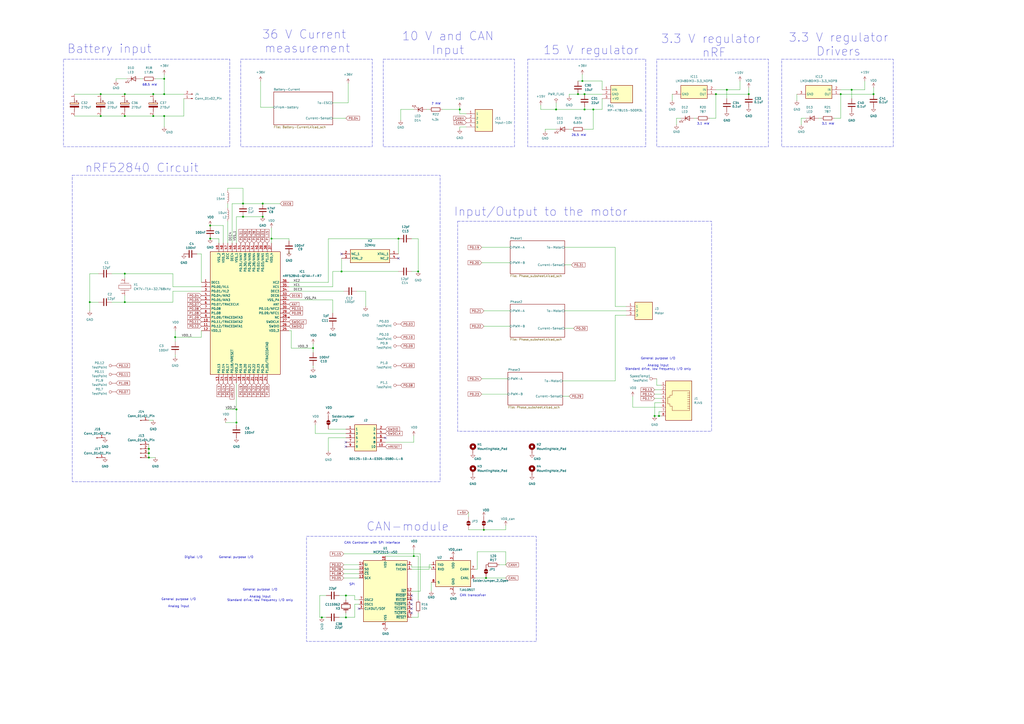
<source format=kicad_sch>
(kicad_sch (version 20231120) (generator "eeschema") (generator_version "8.0")
  (paper "A2")
  (title_block (rev "2"))
  (junction (at 344.17 63.5))
  (junction (at 72.39 54.61))
  (junction (at 152.4 118.11))
  (junction (at 121.92 138.43))
  (junction (at 200.66 345.44))
  (junction (at 86.36 262.89))
  (junction (at 72.39 175.26))
  (junction (at 322.58 63.5))
  (junction (at 421.64 52.07))
  (junction (at 240.03 322.58))
  (junction (at 88.9 67.31))
  (junction (at 506.73 54.61))
  (junction (at 95.25 54.61))
  (junction (at 335.28 54.61))
  (junction (at 382.27 241.3))
  (junction (at 152.4 125.73))
  (junction (at 186.69 358.14))
  (junction (at 198.12 157.48))
  (junction (at 337.82 46.99))
  (junction (at 72.39 158.75))
  (junction (at 95.25 45.72))
  (junction (at 379.73 241.3))
  (junction (at 88.9 54.61))
  (junction (at 415.29 54.61))
  (junction (at 86.36 265.43))
  (junction (at 280.67 307.34))
  (junction (at 266.7 63.5))
  (junction (at 339.09 63.5))
  (junction (at 121.92 130.81))
  (junction (at 157.48 138.43))
  (junction (at 86.36 260.35))
  (junction (at 140.97 125.73))
  (junction (at 200.66 358.14))
  (junction (at 101.6 195.58))
  (junction (at 487.68 54.61))
  (junction (at 181.61 201.93))
  (junction (at 140.97 118.11))
  (junction (at 339.09 54.61))
  (junction (at 58.42 54.61))
  (junction (at 58.42 67.31))
  (junction (at 72.39 67.31))
  (junction (at 494.03 52.07))
  (junction (at 242.57 157.48))
  (junction (at 95.25 67.31))
  (junction (at 281.94 335.28))
  (junction (at 52.07 175.26))
  (junction (at 231.14 138.43))
  (junction (at 434.34 54.61))
  (junction (at 137.16 245.11))
  (junction (at 137.16 237.49))
  (no_connect (at 200.66 259.08))
  (no_connect (at 238.76 347.98))
  (no_connect (at 200.66 256.54))
  (no_connect (at 238.76 355.6))
  (no_connect (at 238.76 345.44))
  (no_connect (at 198.12 147.32))
  (no_connect (at 238.76 353.06))
  (no_connect (at 231.14 149.86))
  (no_connect (at 238.76 350.52))
  (no_connect (at 208.28 353.06))
  (no_connect (at 223.52 254))
  (wire (pts (xy 190.5 163.83) (xy 167.64 163.83)))
  (wire (pts (xy 462.28 54.61) (xy 462.28 58.42)))
  (wire (pts (xy 322.58 59.69) (xy 322.58 63.5)))
  (wire (pts (xy 316.23 74.93) (xy 322.58 74.93)))
  (wire (pts (xy 167.64 139.7) (xy 167.64 138.43)))
  (wire (pts (xy 266.7 66.04) (xy 270.51 66.04)))
  (wire (pts (xy 356.87 182.88) (xy 363.22 182.88)))
  (wire (pts (xy 167.64 166.37) (xy 193.04 166.37)))
  (wire (pts (xy 200.66 358.14) (xy 205.74 358.14)))
  (wire (pts (xy 137.16 222.25) (xy 137.16 237.49)))
  (wire (pts (xy 271.78 297.18) (xy 271.78 299.72)))
  (wire (pts (xy 474.98 68.58) (xy 476.25 68.58)))
  (wire (pts (xy 140.97 125.73) (xy 152.4 125.73)))
  (wire (pts (xy 330.2 54.61) (xy 335.28 54.61)))
  (wire (pts (xy 280.67 180.34) (xy 295.91 180.34)))
  (wire (pts (xy 95.25 45.72) (xy 95.25 54.61)))
  (wire (pts (xy 121.92 138.43) (xy 127 138.43)))
  (wire (pts (xy 72.39 171.45) (xy 72.39 175.26)))
  (wire (pts (xy 140.97 118.11) (xy 152.4 118.11)))
  (wire (pts (xy 43.18 67.31) (xy 58.42 67.31)))
  (wire (pts (xy 483.87 68.58) (xy 487.68 68.58)))
  (wire (pts (xy 487.68 54.61) (xy 506.73 54.61)))
  (wire (pts (xy 199.39 332.74) (xy 208.28 332.74)))
  (wire (pts (xy 137.16 125.73) (xy 137.16 140.97)))
  (wire (pts (xy 190.5 254) (xy 190.5 261.62)))
  (wire (pts (xy 95.25 67.31) (xy 88.9 67.31)))
  (wire (pts (xy 201.93 48.26) (xy 201.93 59.69)))
  (wire (pts (xy 232.41 69.85) (xy 232.41 63.5)))
  (wire (pts (xy 190.5 138.43) (xy 231.14 138.43)))
  (wire (pts (xy 200.66 345.44) (xy 205.74 345.44)))
  (wire (pts (xy 137.16 237.49) (xy 137.16 245.11)))
  (wire (pts (xy 501.65 46.99) (xy 501.65 52.07)))
  (wire (pts (xy 464.82 72.39) (xy 464.82 68.58)))
  (wire (pts (xy 130.81 245.11) (xy 137.16 245.11)))
  (wire (pts (xy 205.74 345.44) (xy 205.74 347.98)))
  (wire (pts (xy 116.84 195.58) (xy 116.84 191.77)))
  (wire (pts (xy 379.73 233.68) (xy 383.54 233.68)))
  (wire (pts (xy 121.92 130.81) (xy 129.54 130.81)))
  (wire (pts (xy 168.91 201.93) (xy 181.61 201.93)))
  (wire (pts (xy 238.76 342.9) (xy 243.84 342.9)))
  (wire (pts (xy 494.03 52.07) (xy 487.68 52.07)))
  (wire (pts (xy 379.73 241.3) (xy 382.27 241.3)))
  (wire (pts (xy 415.29 54.61) (xy 415.29 68.58)))
  (wire (pts (xy 313.69 60.96) (xy 313.69 63.5)))
  (wire (pts (xy 501.65 52.07) (xy 494.03 52.07)))
  (wire (pts (xy 52.07 175.26) (xy 52.07 180.34)))
  (wire (pts (xy 223.52 256.54) (xy 240.03 256.54)))
  (wire (pts (xy 198.12 157.48) (xy 231.14 157.48)))
  (wire (pts (xy 389.89 54.61) (xy 389.89 58.42)))
  (wire (pts (xy 332.74 190.5) (xy 327.66 190.5)))
  (wire (pts (xy 247.65 63.5) (xy 248.92 63.5)))
  (wire (pts (xy 189.23 345.44) (xy 185.42 345.44)))
  (wire (pts (xy 344.17 63.5) (xy 344.17 74.93)))
  (wire (pts (xy 88.9 243.84) (xy 86.36 243.84)))
  (wire (pts (xy 67.31 45.72) (xy 73.66 45.72)))
  (wire (pts (xy 88.9 67.31) (xy 72.39 67.31)))
  (wire (pts (xy 293.37 304.8) (xy 293.37 307.34)))
  (wire (pts (xy 205.74 350.52) (xy 208.28 350.52)))
  (wire (pts (xy 101.6 191.77) (xy 101.6 195.58)))
  (wire (pts (xy 429.26 46.99) (xy 429.26 52.07)))
  (wire (pts (xy 379.73 233.68) (xy 379.73 241.3)))
  (wire (pts (xy 327.66 143.51) (xy 356.87 143.51)))
  (wire (pts (xy 100.33 158.75) (xy 100.33 166.37)))
  (wire (pts (xy 356.87 220.98) (xy 356.87 182.88)))
  (wire (pts (xy 379.73 231.14) (xy 383.54 231.14)))
  (wire (pts (xy 402.59 68.58) (xy 403.86 68.58)))
  (wire (pts (xy 506.73 50.8) (xy 506.73 54.61)))
  (wire (pts (xy 344.17 63.5) (xy 349.25 63.5)))
  (wire (pts (xy 248.92 327.66) (xy 250.19 327.66)))
  (wire (pts (xy 134.62 140.97) (xy 134.62 118.11)))
  (wire (pts (xy 421.64 52.07) (xy 421.64 57.15)))
  (wire (pts (xy 72.39 67.31) (xy 58.42 67.31)))
  (wire (pts (xy 193.04 157.48) (xy 193.04 166.37)))
  (wire (pts (xy 140.97 125.73) (xy 137.16 125.73)))
  (wire (pts (xy 330.2 229.87) (xy 326.39 229.87)))
  (wire (pts (xy 238.76 330.2) (xy 248.92 330.2)))
  (wire (pts (xy 86.36 257.81) (xy 86.36 260.35)))
  (wire (pts (xy 181.61 201.93) (xy 181.61 204.47)))
  (wire (pts (xy 434.34 50.8) (xy 434.34 54.61)))
  (wire (pts (xy 383.54 228.6) (xy 379.73 228.6)))
  (wire (pts (xy 429.26 52.07) (xy 421.64 52.07)))
  (wire (pts (xy 88.9 54.61) (xy 95.25 54.61)))
  (wire (pts (xy 95.25 54.61) (xy 106.68 54.61)))
  (wire (pts (xy 101.6 195.58) (xy 116.84 195.58)))
  (wire (pts (xy 193.04 157.48) (xy 198.12 157.48)))
  (wire (pts (xy 238.76 327.66) (xy 238.76 328.93)))
  (wire (pts (xy 392.43 68.58) (xy 394.97 68.58)))
  (wire (pts (xy 193.04 68.58) (xy 200.66 68.58)))
  (wire (pts (xy 339.09 63.5) (xy 344.17 63.5)))
  (wire (pts (xy 382.27 241.3) (xy 383.54 241.3)))
  (wire (pts (xy 242.57 138.43) (xy 238.76 138.43)))
  (wire (pts (xy 281.94 335.28) (xy 293.37 335.28)))
  (wire (pts (xy 266.7 63.5) (xy 266.7 66.04)))
  (wire (pts (xy 276.86 320.04) (xy 276.86 330.2)))
  (wire (pts (xy 421.64 52.07) (xy 415.29 52.07)))
  (wire (pts (xy 279.4 143.51) (xy 295.91 143.51)))
  (wire (pts (xy 200.66 254) (xy 190.5 254)))
  (wire (pts (xy 72.39 54.61) (xy 58.42 54.61)))
  (wire (pts (xy 181.61 199.39) (xy 181.61 201.93)))
  (wire (pts (xy 200.66 347.98) (xy 200.66 345.44)))
  (wire (pts (xy 326.39 220.98) (xy 356.87 220.98)))
  (wire (pts (xy 200.66 358.14) (xy 200.66 355.6)))
  (wire (pts (xy 151.13 62.23) (xy 158.75 62.23)))
  (wire (pts (xy 250.19 328.93) (xy 250.19 330.2)))
  (wire (pts (xy 240.03 322.58) (xy 242.57 322.58)))
  (wire (pts (xy 238.76 157.48) (xy 242.57 157.48)))
  (wire (pts (xy 243.84 342.9) (xy 243.84 321.31)))
  (wire (pts (xy 275.59 335.28) (xy 281.94 335.28)))
  (wire (pts (xy 392.43 72.39) (xy 392.43 68.58)))
  (wire (pts (xy 464.82 68.58) (xy 467.36 68.58)))
  (wire (pts (xy 330.2 54.61) (xy 330.2 55.88)))
  (wire (pts (xy 279.4 219.71) (xy 294.64 219.71)))
  (wire (pts (xy 198.12 149.86) (xy 198.12 157.48)))
  (wire (pts (xy 90.17 45.72) (xy 95.25 45.72)))
  (wire (pts (xy 415.29 54.61) (xy 434.34 54.61)))
  (wire (pts (xy 100.33 166.37) (xy 116.84 166.37)))
  (wire (pts (xy 381 219.71) (xy 381 223.52)))
  (wire (pts (xy 266.7 62.23) (xy 266.7 63.5)))
  (wire (pts (xy 339.09 54.61) (xy 349.25 54.61)))
  (wire (pts (xy 100.33 168.91) (xy 116.84 168.91)))
  (wire (pts (xy 116.84 147.32) (xy 114.3 147.32)))
  (wire (pts (xy 57.15 175.26) (xy 52.07 175.26)))
  (wire (pts (xy 167.64 147.32) (xy 167.64 146.05)))
  (wire (pts (xy 182.88 251.46) (xy 200.66 251.46)))
  (wire (pts (xy 212.09 177.8) (xy 212.09 168.91)))
  (wire (pts (xy 337.82 43.18) (xy 337.82 46.99)))
  (wire (pts (xy 116.84 147.32) (xy 116.84 163.83)))
  (wire (pts (xy 337.82 46.99) (xy 349.25 46.99)))
  (wire (pts (xy 382.27 238.76) (xy 382.27 241.3)))
  (wire (pts (xy 189.23 358.14) (xy 186.69 358.14)))
  (wire (pts (xy 223.52 322.58) (xy 240.03 322.58)))
  (wire (pts (xy 190.5 248.92) (xy 200.66 248.92)))
  (wire (pts (xy 248.92 330.2) (xy 248.92 327.66)))
  (wire (pts (xy 279.4 152.4) (xy 295.91 152.4)))
  (wire (pts (xy 232.41 63.5) (xy 240.03 63.5)))
  (wire (pts (xy 240.03 256.54) (xy 240.03 252.73)))
  (wire (pts (xy 129.54 130.81) (xy 129.54 140.97)))
  (wire (pts (xy 199.39 330.2) (xy 208.28 330.2)))
  (wire (pts (xy 367.03 229.87) (xy 367.03 236.22)))
  (wire (pts (xy 271.78 307.34) (xy 280.67 307.34)))
  (wire (pts (xy 276.86 320.04) (xy 293.37 320.04)))
  (wire (pts (xy 86.36 260.35) (xy 86.36 262.89)))
  (wire (pts (xy 199.39 335.28) (xy 208.28 335.28)))
  (wire (pts (xy 207.01 168.91) (xy 212.09 168.91)))
  (wire (pts (xy 242.57 355.6) (xy 242.57 358.14)))
  (wire (pts (xy 322.58 63.5) (xy 339.09 63.5)))
  (wire (pts (xy 349.25 63.5) (xy 349.25 57.15)))
  (wire (pts (xy 200.66 345.44) (xy 196.85 345.44)))
  (wire (pts (xy 335.28 54.61) (xy 339.09 54.61)))
  (wire (pts (xy 157.48 138.43) (xy 157.48 132.08)))
  (wire (pts (xy 349.25 46.99) (xy 349.25 52.07)))
  (wire (pts (xy 238.76 328.93) (xy 250.19 328.93)))
  (wire (pts (xy 383.54 226.06) (xy 379.73 226.06)))
  (wire (pts (xy 67.31 46.99) (xy 67.31 45.72)))
  (wire (pts (xy 494.03 52.07) (xy 494.03 57.15)))
  (wire (pts (xy 157.48 138.43) (xy 167.64 138.43)))
  (wire (pts (xy 279.4 228.6) (xy 294.64 228.6)))
  (wire (pts (xy 72.39 54.61) (xy 88.9 54.61)))
  (wire (pts (xy 256.54 63.5) (xy 266.7 63.5)))
  (wire (pts (xy 339.09 74.93) (xy 344.17 74.93)))
  (wire (pts (xy 152.4 118.11) (xy 162.56 118.11)))
  (wire (pts (xy 52.07 158.75) (xy 52.07 175.26)))
  (wire (pts (xy 266.7 74.93) (xy 266.7 73.66)))
  (wire (pts (xy 57.15 158.75) (xy 52.07 158.75)))
  (wire (pts (xy 250.19 342.9) (xy 250.19 337.82)))
  (wire (pts (xy 72.39 158.75) (xy 100.33 158.75)))
  (wire (pts (xy 289.56 327.66) (xy 293.37 327.66)))
  (wire (pts (xy 201.93 59.69) (xy 193.04 59.69)))
  (wire (pts (xy 95.25 43.18) (xy 95.25 45.72)))
  (wire (pts (xy 58.42 54.61) (xy 43.18 54.61)))
  (wire (pts (xy 64.77 175.26) (xy 72.39 175.26)))
  (wire (pts (xy 199.39 321.31) (xy 243.84 321.31)))
  (wire (pts (xy 193.04 173.99) (xy 193.04 181.61)))
  (wire (pts (xy 157.48 138.43) (xy 157.48 140.97)))
  (wire (pts (xy 101.6 195.58) (xy 101.6 198.12)))
  (wire (pts (xy 411.48 68.58) (xy 415.29 68.58)))
  (wire (pts (xy 167.64 168.91) (xy 199.39 168.91)))
  (wire (pts (xy 242.57 138.43) (xy 242.57 157.48)))
  (wire (pts (xy 331.47 153.67) (xy 327.66 153.67)))
  (wire (pts (xy 151.13 46.99) (xy 151.13 62.23)))
  (wire (pts (xy 190.5 138.43) (xy 190.5 163.83)))
  (wire (pts (xy 86.36 262.89) (xy 86.36 265.43)))
  (wire (pts (xy 95.25 67.31) (xy 95.25 73.66)))
  (wire (pts (xy 381 223.52) (xy 383.54 223.52)))
  (wire (pts (xy 293.37 307.34) (xy 280.67 307.34)))
  (wire (pts (xy 130.81 237.49) (xy 137.16 237.49)))
  (wire (pts (xy 168.91 191.77) (xy 167.64 191.77)))
  (wire (pts (xy 339.09 62.23) (xy 339.09 63.5)))
  (wire (pts (xy 182.88 246.38) (xy 182.88 251.46)))
  (wire (pts (xy 72.39 158.75) (xy 72.39 161.29)))
  (wire (pts (xy 181.61 212.09) (xy 181.61 213.36)))
  (wire (pts (xy 132.08 109.22) (xy 140.97 109.22)))
  (wire (pts (xy 137.16 246.38) (xy 137.16 245.11)))
  (wire (pts (xy 313.69 63.5) (xy 322.58 63.5)))
  (wire (pts (xy 280.67 189.23) (xy 295.91 189.23)))
  (wire (pts (xy 316.23 76.2) (xy 316.23 74.93)))
  (wire (pts (xy 101.6 205.74) (xy 101.6 207.01)))
  (wire (pts (xy 242.57 322.58) (xy 242.57 347.98)))
  (wire (pts (xy 134.62 118.11) (xy 140.97 118.11)))
  (wire (pts (xy 186.69 358.14) (xy 185.42 358.14)))
  (wire (pts (xy 72.39 175.26) (xy 100.33 175.26)))
  (wire (pts (xy 266.7 73.66) (xy 270.51 73.66)))
  (wire (pts (xy 205.74 358.14) (xy 205.74 350.52)))
  (wire (pts (xy 382.27 238.76) (xy 383.54 238.76)))
  (wire (pts (xy 205.74 347.98) (xy 208.28 347.98)))
  (wire (pts (xy 64.77 158.75) (xy 72.39 158.75)))
  (wire (pts (xy 293.37 320.04) (xy 293.37 327.66)))
  (wire (pts (xy 167.64 173.99) (xy 193.04 173.99)))
  (wire (pts (xy 196.85 358.14) (xy 200.66 358.14)))
  (wire (pts (xy 335.28 46.99) (xy 337.82 46.99)))
  (wire (pts (xy 106.68 57.15) (xy 106.68 67.31)))
  (wire (pts (xy 367.03 236.22) (xy 383.54 236.22)))
  (wire (pts (xy 185.42 345.44) (xy 185.42 358.14)))
  (wire (pts (xy 100.33 168.91) (xy 100.33 175.26)))
  (wire (pts (xy 140.97 109.22) (xy 140.97 118.11)))
  (wire (pts (xy 127 138.43) (xy 127 140.97)))
  (wire (pts (xy 132.08 110.49) (xy 132.08 109.22)))
  (wire (pts (xy 356.87 177.8) (xy 363.22 177.8)))
  (wire (pts (xy 168.91 201.93) (xy 168.91 191.77)))
  (wire (pts (xy 86.36 265.43) (xy 90.17 265.43)))
  (wire (pts (xy 242.57 358.14) (xy 238.76 358.14)))
  (wire (pts (xy 240.03 318.77) (xy 240.03 322.58)))
  (wire (pts (xy 132.08 118.11) (xy 132.08 120.65)))
  (wire (pts (xy 199.39 327.66) (xy 208.28 327.66)))
  (wire (pts (xy 106.68 67.31) (xy 95.25 67.31)))
  (wire (pts (xy 81.28 45.72) (xy 82.55 45.72)))
  (wire (pts (xy 487.68 54.61) (xy 487.68 68.58)))
  (wire (pts (xy 330.2 74.93) (xy 331.47 74.93)))
  (wire (pts (xy 356.87 143.51) (xy 356.87 177.8)))
  (wire (pts (xy 275.59 330.2) (xy 276.86 330.2)))
  (wire (pts (xy 231.14 138.43) (xy 231.14 147.32)))
  (wire (pts (xy 132.08 128.27) (xy 132.08 140.97)))
  (wire (pts (xy 327.66 180.34) (xy 363.22 180.34)))
  (rectangle (start 453.39 34.29) (end 518.16 85.09) (stroke (width 0) (type dash)))
  (rectangle (start 381 34.29) (end 445.77 85.09) (stroke (width 0) (type dash)))
  (rectangle (start 265.43 128.27) (end 412.75 250.19) (stroke (width 0) (type dash)))
  (rectangle (start 36.83 34.29) (end 133.35 85.09) (stroke (width 0) (type dash)))
  (rectangle (start 41.91 101.6) (end 255.27 279.4) (stroke (width 0) (type dash)))
  (rectangle (start 139.7 34.29) (end 215.9 85.09) (stroke (width 0) (type dash)))
  (rectangle (start 177.8 311.15) (end 311.15 372.11) (stroke (width 0) (type dash)))
  (rectangle (start 222.25 34.29) (end 298.45 85.09) (stroke (width 0) (type dash)))
  (rectangle (start 306.07 34.29) (end 374.65 85.09) (stroke (width 0) (type dash)))
  (text "CAN transceiver" (at 274.32 345.44 0) (effects (font (size 1.27 1.27))))
  (text "Input/Output to the motor" (at 313.69 122.936 0) (effects (font (size 5 5))))
  (text "General purpose I/O\n\nAnalog input" (at 103.632 349.758 0) (effects (font (size 1.27 1.27))))
  (text "CAN Controller with SPI Interface" (at 215.9 314.96 0) (effects (font (size 1.27 1.27))))
  (text "General purpose I/O\n\nAnalog input\nStandard drive, low frequency I/O only" (at 381.762 211.074 0) (effects (font (size 1.27 1.27))))
  (text "10 V and CAN\nInput" (at 259.842 25.146 0) (effects (font (size 5 5))))
  (text "General purpose I/O\n\nAnalog input\nStandard drive, low frequency I/O only" (at 150.876 345.186 0) (effects (font (size 1.27 1.27))))
  (text "SPI" (at 204.216 339.09 0) (effects (font (size 1.27 1.27))))
  (text "3.3 V regulator \nnRF\n" (at 414.274 26.67 0) (effects (font (size 5 5))))
  (text "Battery input\n" (at 63.5 28.448 0) (effects (font (size 5 5))))
  (text "26.5 mW" (at 335.788 78.486 0) (effects (font (size 1.27 1.27))))
  (text "3.1 mW" (at 480.314 71.882 0) (effects (font (size 1.27 1.27))))
  (text "CAN-module\n" (at 236.474 305.562 0) (effects (font (size 5 5))))
  (text "Digital I/O 	General purpose I/O" (at 127 323.342 0) (effects (font (size 1.27 1.27))))
  (text "nRF52840 Circuit" (at 82.296 97.536 0) (effects (font (size 5 5))))
  (text "3.3 V regulator\nDrivers" (at 486.41 25.908 0) (effects (font (size 5 5))))
  (text "68.5 mW" (at 86.868 49.276 0) (effects (font (size 1.27 1.27))))
  (text "36 V Current \nmeasurement" (at 178.308 24.13 0) (effects (font (size 5 5))))
  (text "3.1 mW" (at 407.924 71.882 0) (effects (font (size 1.27 1.27))))
  (text "15 V regulator\n" (at 342.9 29.21 0) (effects (font (size 5 5))))
  (text "? mW" (at 252.984 60.198 0) (effects (font (size 1.27 1.27))))
  (label "VDD_2" (at 130.81 237.49 0))
  (label "XC2" (at 170.18 163.83 0))
  (label "VSS_PA" (at 176.53 173.99 0))
  (label "DEC3" (at 170.18 168.91 0))
  (label "VDD_3" (at 172.72 201.93 0))
  (label "VSS_1" (at 137.16 139.7 90))
  (label "XC1" (at 170.18 166.37 0))
  (label "DEC4" (at 134.62 139.7 90))
  (label "VDD_1" (at 105.41 195.58 0))
  (global_label "P0.09" (shape input) (at 232.41 200.66 0) (property "Intersheetrefs" "${INTERSHEET_REFS}" (effects (hide yes))))
  (global_label "P0.29" (shape input) (at 144.78 140.97 90) (property "Intersheetrefs" "${INTERSHEET_REFS}" (effects (hide yes))))
  (global_label "P0.20" (shape input) (at 279.4 152.4 180) (property "Intersheetrefs" "${INTERSHEET_REFS}" (effects (hide yes))))
  (global_label "P0.08" (shape input) (at 232.41 223.52 0) (property "Intersheetrefs" "${INTERSHEET_REFS}" (effects (hide yes))))
  (global_label "CANL" (shape input) (at 293.37 335.28 0) (property "Intersheetrefs" "${INTERSHEET_REFS}" (effects (hide yes))))
  (global_label "P0.20" (shape input) (at 142.24 222.25 270) (property "Intersheetrefs" "${INTERSHEET_REFS}" (effects (hide yes))))
  (global_label "SWDIO" (shape input) (at 167.64 189.23 0) (property "Intersheetrefs" "${INTERSHEET_REFS}" (effects (hide yes))))
  (global_label "P0.14" (shape input) (at 379.73 228.6 180) (property "Intersheetrefs" "${INTERSHEET_REFS}" (effects (hide yes))))
  (global_label "P0.17" (shape input) (at 379.73 231.14 180) (property "Intersheetrefs" "${INTERSHEET_REFS}" (effects (hide yes))))
  (global_label "CANL" (shape input) (at 270.51 71.12 180) (property "Intersheetrefs" "${INTERSHEET_REFS}" (effects (hide yes))))
  (global_label "P0.22" (shape input) (at 147.32 222.25 270) (property "Intersheetrefs" "${INTERSHEET_REFS}" (effects (hide yes))))
  (global_label "P0.19" (shape input) (at 279.4 143.51 180) (property "Intersheetrefs" "${INTERSHEET_REFS}" (effects (hide yes))))
  (global_label "P1.08" (shape input) (at 116.84 181.61 180) (property "Intersheetrefs" "${INTERSHEET_REFS}" (effects (hide yes))))
  (global_label "ANT" (shape input) (at 167.64 176.53 0) (property "Intersheetrefs" "${INTERSHEET_REFS}" (effects (hide yes))))
  (global_label "P0.02" (shape input) (at 149.86 140.97 90) (property "Intersheetrefs" "${INTERSHEET_REFS}" (effects (hide yes))))
  (global_label "P0.17" (shape input) (at 132.08 222.25 270) (property "Intersheetrefs" "${INTERSHEET_REFS}" (effects (hide yes))))
  (global_label "P0.24" (shape input) (at 152.4 222.25 270) (property "Intersheetrefs" "${INTERSHEET_REFS}" (effects (hide yes))))
  (global_label "P0.13" (shape input) (at 379.73 226.06 180) (property "Intersheetrefs" "${INTERSHEET_REFS}" (effects (hide yes))))
  (global_label "nRESET" (shape input) (at 223.52 259.08 0) (property "Intersheetrefs" "${INTERSHEET_REFS}" (effects (hide yes))))
  (global_label "P0.30" (shape input) (at 142.24 140.97 90) (property "Intersheetrefs" "${INTERSHEET_REFS}" (effects (hide yes))))
  (global_label "P1.15" (shape input) (at 199.39 321.31 180) (property "Intersheetrefs" "${INTERSHEET_REFS}" (effects (hide yes))))
  (global_label "P0.09" (shape input) (at 167.64 181.61 0) (property "Intersheetrefs" "${INTERSHEET_REFS}" (effects (hide yes))))
  (global_label "P0.07" (shape input) (at 116.84 176.53 180) (property "Intersheetrefs" "${INTERSHEET_REFS}" (effects (hide yes))))
  (global_label "nRESET" (shape input) (at 134.62 222.25 270) (property "Intersheetrefs" "${INTERSHEET_REFS}" (effects (hide yes))))
  (global_label "P0.13" (shape input) (at 127 222.25 270) (property "Intersheetrefs" "${INTERSHEET_REFS}" (effects (hide yes))))
  (global_label "P0.10" (shape input) (at 232.41 195.58 0) (property "Intersheetrefs" "${INTERSHEET_REFS}" (effects (hide yes))))
  (global_label "P0.28" (shape input) (at 199.39 330.2 180) (property "Intersheetrefs" "${INTERSHEET_REFS}" (effects (hide yes))))
  (global_label "P1.09" (shape input) (at 67.31 222.25 0) (property "Intersheetrefs" "${INTERSHEET_REFS}" (effects (hide yes))))
  (global_label "P0.05" (shape input) (at 199.39 335.28 180) (property "Intersheetrefs" "${INTERSHEET_REFS}" (effects (hide yes))))
  (global_label "P1.00" (shape input) (at 232.41 212.09 0) (property "Intersheetrefs" "${INTERSHEET_REFS}" (effects (hide yes))))
  (global_label "P0.11" (shape input) (at 116.84 186.69 180) (property "Intersheetrefs" "${INTERSHEET_REFS}" (effects (hide yes))))
  (global_label "P0.11" (shape input) (at 67.31 217.17 0) (property "Intersheetrefs" "${INTERSHEET_REFS}" (effects (hide yes))))
  (global_label "P0.19" (shape input) (at 139.7 222.25 270) (property "Intersheetrefs" "${INTERSHEET_REFS}" (effects (hide yes))))
  (global_label "SWDCLK" (shape input) (at 223.52 251.46 0) (property "Intersheetrefs" "${INTERSHEET_REFS}" (effects (hide yes))))
  (global_label "P1.09" (shape input) (at 116.84 184.15 180) (property "Intersheetrefs" "${INTERSHEET_REFS}" (effects (hide yes))))
  (global_label "SWDIO" (shape input) (at 223.52 248.92 0) (property "Intersheetrefs" "${INTERSHEET_REFS}" (effects (hide yes))))
  (global_label "P0.14" (shape input) (at 129.54 222.25 270) (property "Intersheetrefs" "${INTERSHEET_REFS}" (effects (hide yes))))
  (global_label "DEC6" (shape input) (at 162.56 118.11 0) (property "Intersheetrefs" "${INTERSHEET_REFS}" (effects (hide yes))))
  (global_label "P0.31" (shape input) (at 139.7 140.97 90) (property "Intersheetrefs" "${INTERSHEET_REFS}" (effects (hide yes))))
  (global_label "P0.24" (shape input) (at 279.4 219.71 180) (property "Intersheetrefs" "${INTERSHEET_REFS}" (effects (hide yes))))
  (global_label "P0.30" (shape input) (at 332.74 190.5 0) (property "Intersheetrefs" "${INTERSHEET_REFS}" (effects (hide yes))))
  (global_label "P0.21" (shape input) (at 144.78 222.25 270) (property "Intersheetrefs" "${INTERSHEET_REFS}" (effects (hide yes))))
  (global_label "P0.05" (shape input) (at 116.84 173.99 180) (property "Intersheetrefs" "${INTERSHEET_REFS}" (effects (hide yes))))
  (global_label "P0.03" (shape input) (at 232.41 187.96 0) (property "Intersheetrefs" "${INTERSHEET_REFS}" (effects (hide yes))))
  (global_label "+5V" (shape input) (at 271.78 297.18 180) (property "Intersheetrefs" "${INTERSHEET_REFS}" (effects (hide yes))))
  (global_label "P0.12" (shape input) (at 67.31 212.09 0) (property "Intersheetrefs" "${INTERSHEET_REFS}" (effects (hide yes))))
  (global_label "DEC6" (shape input) (at 167.64 171.45 0) (property "Intersheetrefs" "${INTERSHEET_REFS}" (effects (hide yes))))
  (global_label "P0.04" (shape input) (at 200.66 68.58 0) (property "Intersheetrefs" "${INTERSHEET_REFS}" (effects (hide yes))))
  (global_label "P0.07" (shape input) (at 67.31 227.33 0) (property "Intersheetrefs" "${INTERSHEET_REFS}" (effects (hide yes))))
  (global_label "P0.08" (shape input) (at 116.84 179.07 180) (property "Intersheetrefs" "${INTERSHEET_REFS}" (effects (hide yes))))
  (global_label "P0.31" (shape input) (at 331.47 153.67 0) (property "Intersheetrefs" "${INTERSHEET_REFS}" (effects (hide yes))))
  (global_label "CANH" (shape input) (at 293.37 327.66 0) (property "Intersheetrefs" "${INTERSHEET_REFS}" (effects (hide yes))))
  (global_label "P0.29" (shape input) (at 330.2 229.87 0) (property "Intersheetrefs" "${INTERSHEET_REFS}" (effects (hide yes))))
  (global_label "P0.02" (shape input) (at 199.39 327.66 180) (property "Intersheetrefs" "${INTERSHEET_REFS}" (effects (hide yes))))
  (global_label "P1.08" (shape input) (at 199.39 332.74 180) (property "Intersheetrefs" "${INTERSHEET_REFS}" (effects (hide yes))))
  (global_label "SWDCLK" (shape input) (at 167.64 186.69 0) (property "Intersheetrefs" "${INTERSHEET_REFS}" (effects (hide yes))))
  (global_label "P0.10" (shape input) (at 167.64 179.07 0) (property "Intersheetrefs" "${INTERSHEET_REFS}" (effects (hide yes))))
  (global_label "P1.00" (shape input) (at 154.94 222.25 270) (property "Intersheetrefs" "${INTERSHEET_REFS}" (effects (hide yes))))
  (global_label "P0.23" (shape input) (at 279.4 228.6 180) (property "Intersheetrefs" "${INTERSHEET_REFS}" (effects (hide yes))))
  (global_label "P0.28" (shape input) (at 147.32 140.97 90) (property "Intersheetrefs" "${INTERSHEET_REFS}" (effects (hide yes))))
  (global_label "P0.12" (shape input) (at 116.84 189.23 180) (property "Intersheetrefs" "${INTERSHEET_REFS}" (effects (hide yes))))
  (global_label "P0.23" (shape input) (at 149.86 222.25 270) (property "Intersheetrefs" "${INTERSHEET_REFS}" (effects (hide yes))))
  (global_label "P0.21" (shape input) (at 280.67 180.34 180) (property "Intersheetrefs" "${INTERSHEET_REFS}" (effects (hide yes))))
  (global_label "P0.22" (shape input) (at 280.67 189.23 180) (property "Intersheetrefs" "${INTERSHEET_REFS}" (effects (hide yes))))
  (global_label "P1.15" (shape input) (at 154.94 140.97 90) (property "Intersheetrefs" "${INTERSHEET_REFS}" (effects (hide yes))))
  (global_label "CANH" (shape input) (at 270.51 68.58 180) (property "Intersheetrefs" "${INTERSHEET_REFS}" (effects (hide yes))))
  (global_label "P0.04" (shape input) (at 116.84 171.45 180) (property "Intersheetrefs" "${INTERSHEET_REFS}" (effects (hide yes))))
  (global_label "P0.03" (shape input) (at 152.4 140.97 90) (property "Intersheetrefs" "${INTERSHEET_REFS}" (effects (hide yes))))
  (symbol (lib_id "Device:C") (at 101.6 201.93 180) (unit 1)
    (property "Reference" "C3" (at 94.996 200.66 0) (effects (justify left)))
    (property "Value" "100nF" (at 98.044 203.2 0) (effects (justify left)))
    (property "Footprint" "Capacitor_SMD:C_0805_2012Metric" (effects (hide yes)))
    (property "Description" "Unpolarized capacitor" (effects (hide yes)))
  )
  (symbol (lib_id "power:+15V") (at 501.65 46.99 0) (unit 1)
    (property "Reference" "#PWR0108" (effects (hide yes)))
    (property "Value" "+15V" (at 501.65 41.91 0))
    (property "Description" "Power symbol creates a global label with name \"+15V\"" (effects (hide yes)))
  )
  (symbol (lib_id "LM3480IM3-3_3_NOPB:LM3480IM3-3.3_NOPB") (at 487.68 54.61 180) (unit 1)
    (property "Reference" "IC12" (at 474.98 44.45 0))
    (property "Value" "LM3480IM3-3.3_NOPB" (at 474.98 46.99 0))
    (property "Footprint" "LM3480IM3-3.3_NOPB:SOT95P237X112-3N" (effects (hide yes)))
    (property "Datasheet" "http://www.ti.com/lit/ds/symlink/lm3480.pdf" (effects (hide yes)))
    (property "Description" "100 mA, SOT-23, Quasi Low-Dropout Linear Voltage Regulator" (effects (hide yes)))
    (property "Height" "1.12" (effects (hide yes)))
    (property "Mouser Part Number" "926-LM3480IM33.3NOPB" (effects (hide yes)))
    (property "Mouser Price/Stock" "https://www.mouser.co.uk/ProductDetail/Texas-Instruments/LM3480IM3-3.3-NOPB?qs=X1J7HmVL2ZHWj012nPURIw%3D%3D" (effects (hide yes)))
    (property "Manufacturer_Name" "Texas Instruments" (effects (hide yes)))
    (property "Manufacturer_Part_Number" "LM3480IM3-3.3/NOPB" (effects (hide yes)))
  )
  (symbol (lib_id "Device:LED") (at 243.84 63.5 0) (mirror x) (unit 1)
    (property "Reference" "D14" (at 242.2525 69.85 0))
    (property "Value" "LED" (at 242.2525 67.31 0))
    (property "Footprint" "APTD2012LSURCK:LEDM2012X120N" (effects (hide yes)))
    (property "Description" "Light emitting diode" (effects (hide yes)))
  )
  (symbol (lib_id "power:GND") (at 266.7 74.93 0) (unit 1)
    (property "Reference" "#PWR0133" (effects (hide yes)))
    (property "Value" "GND" (at 266.7 80.01 0))
    (property "Description" "Power symbol creates a global label with name \"GND\" , ground" (effects (hide yes)))
  )
  (symbol (lib_id "Jumper:SolderJumper_2_Open") (at 281.94 331.47 270) (unit 1)
    (property "Reference" "JP1" (at 283.6672 330.3016 90) (effects (justify left)))
    (property "Value" "SolderJumper_2_Open" (at 274.066 336.804 90) (effects (justify left)))
    (property "Footprint" "Jumper:SolderJumper-2_P1.3mm_Open_Pad1.0x1.5mm" (effects (hide yes)))
  )
  (symbol (lib_id "Jumper:SolderJumper_2_Open") (at 190.5 245.11 270) (unit 1)
    (property "Reference" "JP2" (at 192.2272 243.9416 90) (effects (justify left)))
    (property "Value" "SolderJumper" (at 192.532 241.554 90) (effects (justify left)))
    (property "Footprint" "Jumper:SolderJumper-2_P1.3mm_Open_Pad1.0x1.5mm" (effects (hide yes)))
  )
  (symbol (lib_id "A750MV277M1HAAE018:A750MV277M1HAAE018") (at 43.18 54.61 270) (unit 1)
    (property "Reference" "C32" (at 46.99 59.6899 90) (effects (justify left)))
    (property "Value" "270uF" (at 46.99 62.2299 90) (effects (justify left)))
    (property "Footprint" "A750MV277M1HAAE018:CAPPRD500W65D1000H1600" (effects (hide yes)))
    (property "Datasheet" "https://content.kemet.com/datasheets/KEM_A4067_A750.pdf" (effects (hide yes)))
    (property "Description" "A750, Aluminum, Polymer Aluminum, 270 uF, 20%, 50 VDC, -55/+105C, 105C, -55C, 105C, 2,000 Hrs, 12 % , 18 mOhms, 2,700 uA, 10mm, 14mm, Lead Spacing = 5mm, 19mm, 250" (effects (hide yes)))
    (property "Height" "16" (effects (hide yes)))
    (property "Mouser Part Number" "80-A750MV277M1HAAE18" (effects (hide yes)))
    (property "Mouser Price/Stock" "https://www.mouser.co.uk/ProductDetail/KEMET/A750MV277M1HAAE018?qs=vmHwEFxEFR9JrzAJ7UOZjw%3D%3D" (effects (hide yes)))
    (property "Manufacturer_Name" "KEMET" (effects (hide yes)))
    (property "Manufacturer_Part_Number" "A750MV277M1HAAE018" (effects (hide yes)))
  )
  (symbol (lib_id "Device:C") (at 193.04 358.14 270) (unit 1)
    (property "Reference" "C38" (at 196.596 361.95 90))
    (property "Value" "22pF" (at 196.596 363.982 90))
    (property "Footprint" "Capacitor_SMD:C_0805_2012Metric" (effects (hide yes)))
  )
  (symbol (lib_id "power:GND") (at 106.68 147.32 0) (unit 1)
    (property "Reference" "#PWR04" (effects (hide yes)))
    (property "Value" "GND" (at 106.68 152.4 0))
    (property "Description" "Power symbol creates a global label with name \"GND\" , ground" (effects (hide yes)))
  )
  (symbol (lib_id "power:+36V") (at 151.13 46.99 0) (unit 1)
    (property "Reference" "#PWR0124" (effects (hide yes)))
    (property "Value" "+36V" (at 151.13 41.91 0))
    (property "Description" "Power symbol creates a global label with name \"+36V\"" (effects (hide yes)))
  )
  (symbol (lib_id "Device:R") (at 480.06 68.58 90) (unit 1)
    (property "Reference" "R21" (at 480.06 62.23 90))
    (property "Value" "787" (at 480.06 64.77 90))
    (property "Footprint" "Resistor_SMD:R_0805_2012Metric" (effects (hide yes)))
    (property "Description" "Resistor" (effects (hide yes)))
  )
  (symbol (lib_id "power:GND") (at 330.2 55.88 0) (unit 1)
    (property "Reference" "#PWR018" (effects (hide yes)))
    (property "Value" "GND" (at 330.2 60.96 0))
    (property "Description" "Power symbol creates a global label with name \"GND\" , ground" (effects (hide yes)))
  )
  (symbol (lib_id "Connector:TestPoint") (at 232.41 223.52 90) (unit 1)
    (property "Reference" "P1.1" (at 222.758 221.996 90))
    (property "Value" "TestPoint" (at 222.758 224.536 90))
    (property "Footprint" "TestPoint:TestPoint_Pad_D1.0mm" (effects (hide yes)))
    (property "Description" "test point" (effects (hide yes)))
  )
  (symbol (lib_id "A750MV277M1HAAE018:A750MV277M1HAAE018") (at 72.39 54.61 270) (unit 1)
    (property "Reference" "C36" (at 76.2 59.6899 90) (effects (justify left)))
    (property "Value" "270uF" (at 76.2 62.2299 90) (effects (justify left)))
    (property "Footprint" "A750MV277M1HAAE018:CAPPRD500W65D1000H1600" (effects (hide yes)))
    (property "Datasheet" "https://content.kemet.com/datasheets/KEM_A4067_A750.pdf" (effects (hide yes)))
    (property "Description" "A750, Aluminum, Polymer Aluminum, 270 uF, 20%, 50 VDC, -55/+105C, 105C, -55C, 105C, 2,000 Hrs, 12 % , 18 mOhms, 2,700 uA, 10mm, 14mm, Lead Spacing = 5mm, 19mm, 250" (effects (hide yes)))
    (property "Height" "16" (effects (hide yes)))
    (property "Mouser Part Number" "80-A750MV277M1HAAE18" (effects (hide yes)))
    (property "Mouser Price/Stock" "https://www.mouser.co.uk/ProductDetail/KEMET/A750MV277M1HAAE018?qs=vmHwEFxEFR9JrzAJ7UOZjw%3D%3D" (effects (hide yes)))
    (property "Manufacturer_Name" "KEMET" (effects (hide yes)))
    (property "Manufacturer_Part_Number" "A750MV277M1HAAE018" (effects (hide yes)))
  )
  (symbol (lib_id "power:VDD") (at 121.92 130.81 0) (unit 1)
    (property "Reference" "#PWR05" (effects (hide yes)))
    (property "Value" "VDD" (at 122.174 125.984 0))
    (property "Description" "Power symbol creates a global label with name \"VDD\"" (effects (hide yes)))
  )
  (symbol (lib_id "mcp2515-rescue:GND-power") (at 250.19 342.9 0) (unit 1)
    (property "Reference" "#PWR093" (effects (hide yes)))
    (property "Value" "GND" (at 252.222 346.456 0) (effects (justify right)))
  )
  (symbol (lib_id "power:GND") (at 308.61 275.59 0) (unit 1)
    (property "Reference" "#PWR098" (effects (hide yes)))
    (property "Value" "GND" (at 308.61 280.67 0))
    (property "Description" "Power symbol creates a global label with name \"GND\" , ground" (effects (hide yes)))
  )
  (symbol (lib_id "power:GND") (at 392.43 72.39 0) (unit 1)
    (property "Reference" "#PWR0102" (effects (hide yes)))
    (property "Value" "GND" (at 392.43 76.454 0))
    (property "Description" "Power symbol creates a global label with name \"GND\" , ground" (effects (hide yes)))
  )
  (symbol (lib_id "power:GND") (at 193.04 189.23 0) (unit 1)
    (property "Reference" "#PWR014" (effects (hide yes)))
    (property "Value" "GND" (at 193.04 194.31 0))
    (property "Description" "Power symbol creates a global label with name \"GND\" , ground" (effects (hide yes)))
  )
  (symbol (lib_id "Connector:TestPoint") (at 67.31 222.25 90) (unit 1)
    (property "Reference" "P1.9" (at 57.658 220.726 90))
    (property "Value" "TestPoint" (at 57.658 223.266 90))
    (property "Footprint" "TestPoint:TestPoint_Pad_D1.0mm" (effects (hide yes)))
    (property "Description" "test point" (effects (hide yes)))
  )
  (symbol (lib_id "power:GND") (at 101.6 207.01 0) (unit 1)
    (property "Reference" "#PWR03" (effects (hide yes)))
    (property "Value" "GND" (at 101.6 212.09 0))
    (property "Description" "Power symbol creates a global label with name \"GND\" , ground" (effects (hide yes)))
  )
  (symbol (lib_id "Device:R") (at 285.75 327.66 90) (unit 1)
    (property "Reference" "R17" (at 288.036 324.866 90) (effects (justify left)))
    (property "Value" "120" (at 288.036 322.5546 90) (effects (justify left)))
    (property "Footprint" "Resistor_SMD:R_0805_2012Metric" (effects (hide yes)))
  )
  (symbol (lib_id "power:+36V") (at 201.93 48.26 0) (unit 1)
    (property "Reference" "#PWR0123" (effects (hide yes)))
    (property "Value" "+36V" (at 201.93 43.18 0))
    (property "Description" "Power symbol creates a global label with name \"+36V\"" (effects (hide yes)))
  )
  (symbol (lib_id "Device:LED") (at 77.47 45.72 0) (unit 1)
    (property "Reference" "D10" (at 75.8825 39.37 0))
    (property "Value" "LED" (at 75.8825 41.91 0))
    (property "Footprint" "APTD2012LSURCK:LEDM2012X120N" (effects (hide yes)))
    (property "Description" "Light emitting diode" (effects (hide yes)))
  )
  (symbol (lib_id "power:GND") (at 181.61 213.36 0) (unit 1)
    (property "Reference" "#PWR013" (effects (hide yes)))
    (property "Value" "GND" (at 181.61 218.44 0))
    (property "Description" "Power symbol creates a global label with name \"GND\" , ground" (effects (hide yes)))
  )
  (symbol (lib_id "Device:Crystal") (at 200.66 351.79 90) (unit 1)
    (property "Reference" "X3" (at 197.3326 352.9584 90) (effects (justify left)))
    (property "Value" "C115962" (at 197.3326 350.647 90) (effects (justify left)))
    (property "Footprint" "Crystal:Crystal_SMD_5032-2Pin_5.0x3.2mm" (effects (hide yes)))
  )
  (symbol (lib_id "Device:R") (at 335.28 74.93 90) (unit 1)
    (property "Reference" "R19" (at 335.28 68.58 90))
    (property "Value" "6.65k" (at 335.28 71.12 90))
    (property "Footprint" "Resistor_SMD:R_0805_2012Metric" (effects (hide yes)))
    (property "Description" "Resistor" (effects (hide yes)))
  )
  (symbol (lib_id "power:GND") (at 60.96 265.43 0) (unit 1)
    (property "Reference" "#PWR0128" (effects (hide yes)))
    (property "Value" "GND" (at 60.96 270.51 0))
    (property "Description" "Power symbol creates a global label with name \"GND\" , ground" (effects (hide yes)))
  )
  (symbol (lib_id "XRCGB32M000F2P29R0:XRCGB32M000F2P29R0") (at 231.14 149.86 180) (unit 1)
    (property "Reference" "X2" (at 214.63 139.7 0))
    (property "Value" "32MHz" (at 214.63 142.24 0))
    (property "Footprint" "XRCGB32M000F2P29R0:XRCGB" (effects (hide yes)))
    (property "Datasheet" "https://www.murata.com/products/productdata/8801065762846/SPEC-XRCGB32M000F2P29R0.pdf" (effects (hide yes)))
    (property "Description" "2.0x1.6x0.65mm 32MHz Crystal +/-20ppm Initial tolerance" (effects (hide yes)))
    (property "Height" "0.7" (effects (hide yes)))
    (property "Mouser Part Number" "81-XRCGB32M000F2P29R" (effects (hide yes)))
    (property "Mouser Price/Stock" "https://www.mouser.co.uk/ProductDetail/Murata-Electronics/XRCGB32M000F2P29R0?qs=rrS6PyfT74dJwklc19L%252BBQ%3D%3D" (effects (hide yes)))
    (property "Manufacturer_Name" "Murata Electronics" (effects (hide yes)))
    (property "Manufacturer_Part_Number" "XRCGB32M000F2P29R0" (effects (hide yes)))
  )
  (symbol (lib_id "Connector:Conn_01x01_Pin") (at 81.28 243.84 0) (unit 1)
    (property "Reference" "J14" (at 81.915 238.76 0))
    (property "Value" "Conn_01x01_Pin" (at 81.915 241.3 0))
    (property "Footprint" "Connector_PinHeader_2.54mm:PinHeader_1x01_P2.54mm_Vertical" (effects (hide yes)))
    (property "Description" "Generic connector, single row, 01x01, script generated" (effects (hide yes)))
  )
  (symbol (lib_id "Device:C") (at 193.04 345.44 270) (unit 1)
    (property "Reference" "C39" (effects (hide yes)))
    (property "Value" "22pF" (at 193.04 341.3506 90))
    (property "Footprint" "Capacitor_SMD:C_0805_2012Metric" (effects (hide yes)))
  )
  (symbol (lib_id "Connector:Conn_01x01_Pin") (at 55.88 265.43 0) (unit 1)
    (property "Reference" "J17" (at 56.515 260.35 0))
    (property "Value" "Conn_01x01_Pin" (at 56.515 262.89 0))
    (property "Footprint" "Connector_PinHeader_2.54mm:PinHeader_1x01_P2.54mm_Vertical" (effects (hide yes)))
    (property "Description" "Generic connector, single row, 01x01, script generated" (effects (hide yes)))
  )
  (symbol (lib_id "Mechanical:MountingHole_Pad") (at 274.32 273.05 0) (unit 1) (exclude_from_sim yes) (in_bom no)
    (property "Reference" "H3" (at 276.86 270.5099 0) (effects (justify left)))
    (property "Value" "MountingHole_Pad" (at 276.86 273.0499 0) (effects (justify left)))
    (property "Footprint" "MountingHole:MountingHole_2.2mm_M2_DIN965_Pad" (effects (hide yes)))
    (property "Description" "Mounting Hole with connection" (effects (hide yes)))
  )
  (symbol (lib_id "Device:LED") (at 471.17 68.58 0) (unit 1)
    (property "Reference" "D13" (at 469.5825 62.23 0))
    (property "Value" "LED" (at 469.5825 64.77 0))
    (property "Footprint" "APTD2012LSURCK:LEDM2012X120N" (effects (hide yes)))
    (property "Description" "Light emitting diode" (effects (hide yes)))
  )
  (symbol (lib_id "Device:R") (at 86.36 45.72 90) (unit 1)
    (property "Reference" "R18" (at 86.36 39.37 90))
    (property "Value" "17.8k" (at 86.36 41.91 90))
    (property "Footprint" "Resistor_SMD:R_0805_2012Metric" (effects (hide yes)))
    (property "Description" "Resistor" (effects (hide yes)))
  )
  (symbol (lib_id "mcp2515-rescue:GND-power") (at 262.89 342.9 0) (unit 1)
    (property "Reference" "#PWR095" (effects (hide yes)))
    (property "Value" "GND" (at 263.017 347.2942 0))
  )
  (symbol (lib_id "power:VDD") (at 240.03 252.73 0) (unit 1)
    (property "Reference" "#PWR0111" (effects (hide yes)))
    (property "Value" "VDD" (at 240.284 247.904 0))
    (property "Description" "Power symbol creates a global label with name \"VDD\"" (effects (hide yes)))
  )
  (symbol (lib_id "power:VDD") (at 262.89 322.58 0) (unit 1)
    (property "Reference" "#PWR094" (effects (hide yes)))
    (property "Value" "VDD_can" (at 264.16 318.77 0))
    (property "Description" "Power symbol creates a global label with name \"VDD\"" (effects (hide yes)))
  )
  (symbol (lib_id "power:GND") (at 274.32 275.59 0) (unit 1)
    (property "Reference" "#PWR097" (effects (hide yes)))
    (property "Value" "GND" (at 274.32 280.67 0))
    (property "Description" "Power symbol creates a global label with name \"GND\" , ground" (effects (hide yes)))
  )
  (symbol (lib_id "nRF52840-QFAA-F-R7:nRF52840-QFAA-F-R7") (at 116.84 163.83 0) (unit 1)
    (property "Reference" "IC1" (at 175.26 157.5114 0))
    (property "Value" "nRF52840-QFAA-F-R7" (at 175.26 160.0514 0))
    (property "Footprint" "nRF52840-QFAA-F-R7:QFN40P600X600X95-49N-D" (effects (hide yes)))
    (property "Datasheet" "https://infocenter.nordicsemi.com/pdf/nRF52840_PS_v1.7.pdf" (effects (hide yes)))
    (property "Description" "RF System on a Chip - SoC Multiprotocol Bluetooth 5.3 SoC supporting Bluetooth Low Energy, Bluetooth mesh, NFC, Thread and Zigbee" (effects (hide yes)))
    (property "Height" "0.95" (effects (hide yes)))
    (property "Mouser Part Number" "949-NRF52840QFAAF-R7" (effects (hide yes)))
    (property "Mouser Price/Stock" "https://www.mouser.co.uk/ProductDetail/Nordic-Semiconductor/nRF52840-QFAA-F-R7?qs=TCDPyi3sCW2TA2kPWr8xHQ%3D%3D" (effects (hide yes)))
    (property "Manufacturer_Name" "Nordic Semiconductor" (effects (hide yes)))
    (property "Manufacturer_Part_Number" "nRF52840-QFAA-F-R7" (effects (hide yes)))
  )
  (symbol (lib_id "Device:C") (at 181.61 208.28 180) (unit 1)
    (property "Reference" "C10" (at 189.738 209.55 0) (effects (justify left)))
    (property "Value" "100nF" (at 191.262 207.264 0) (effects (justify left)))
    (property "Footprint" "Capacitor_SMD:C_0805_2012Metric" (effects (hide yes)))
    (property "Description" "Unpolarized capacitor" (effects (hide yes)))
  )
  (symbol (lib_id "CM7V-T1A-32.768KHZ-12.5PF-20PP:CM7V-T1A-32.768KHZ-12.5PF-20PPM-TA-QC") (at 72.39 171.45 90) (unit 1)
    (property "Reference" "X1" (at 77.47 165.0999 90) (effects (justify right)))
    (property "Value" "CM7V-T1A-32.768kHz" (at 77.47 167.6399 90) (effects (justify right)))
    (property "Footprint" "CM7V-T1A-32.768KHZ-12.5PF-20PPM-TA-QC:CM7V32768TBQA020" (effects (hide yes)))
    (property "Datasheet" "https://www.microcrystal.com/fileadmin/Media/Products/32kHz/Datasheet/CM7V-T1A.pdf" (effects (hide yes)))
    (property "Description" "CRYSTAL 32.768KHZ SMD" (effects (hide yes)))
    (property "Description_1" "CRYSTAL 32.768KHZ SMD" (effects (hide yes)))
    (property "Height" "0.65" (effects (hide yes)))
    (property "Mouser Part Number" "428-200458-MG01" (effects (hide yes)))
    (property "Mouser Price/Stock" "https://www.mouser.co.uk/ProductDetail/Micro-Crystal/CM7V-T1A-32.768kHz-12.5pF-20PPM-TA-QC?qs=7bTaA%2FLYtSYeXFJHaWj8YA%3D%3D" (effects (hide yes)))
    (property "Manufacturer_Name" "Micro Crystal AG" (effects (hide yes)))
    (property "Manufacturer_Part_Number" "CM7V-T1A-32.768KHZ-12.5PF-20PPM-TA-QC" (effects (hide yes)))
  )
  (symbol (lib_id "Jumper:SolderJumper_2_Open") (at 280.67 303.53 270) (unit 1)
    (property "Reference" "JP4" (at 282.3972 302.3616 90) (effects (justify left)))
    (property "Value" "SolderJumper_2_Open" (effects (hide yes)))
    (property "Footprint" "Jumper:SolderJumper-2_P1.3mm_Open_Pad1.0x1.5mm" (effects (hide yes)))
  )
  (symbol (lib_id "Device:C") (at 234.95 157.48 270) (unit 1)
    (property "Reference" "C14" (at 232.918 164.084 90) (effects (justify left)))
    (property "Value" "12pF" (at 232.41 161.798 90) (effects (justify left)))
    (property "Footprint" "Capacitor_SMD:C_0805_2012Metric" (effects (hide yes)))
    (property "Description" "Unpolarized capacitor" (effects (hide yes)))
  )
  (symbol (lib_id "Connector:TestPoint") (at 67.31 217.17 90) (unit 1)
    (property "Reference" "P0.11" (at 57.658 215.646 90))
    (property "Value" "TestPoint" (at 57.658 218.186 90))
    (property "Footprint" "TestPoint:TestPoint_Pad_D1.0mm" (effects (hide yes)))
    (property "Description" "test point" (effects (hide yes)))
  )
  (symbol (lib_id "power:VDD") (at 240.03 318.77 0) (unit 1)
    (property "Reference" "#PWR092" (effects (hide yes)))
    (property "Value" "VDD" (at 240.284 313.944 0))
    (property "Description" "Power symbol creates a global label with name \"VDD\"" (effects (hide yes)))
  )
  (symbol (lib_id "power:VDD") (at 506.73 50.8 0) (unit 1)
    (property "Reference" "#PWR0109" (effects (hide yes)))
    (property "Value" "VDD" (at 506.73 46.736 0))
    (property "Description" "Power symbol creates a global label with name \"VDD\"" (effects (hide yes)))
  )
  (symbol (lib_id "power:GND") (at 190.5 261.62 0) (unit 1)
    (property "Reference" "#PWR0104" (effects (hide yes)))
    (property "Value" "GND" (at 190.5 266.7 0))
    (property "Description" "Power symbol creates a global label with name \"GND\" , ground" (effects (hide yes)))
  )
  (symbol (lib_id "power:GND") (at 67.31 46.99 0) (unit 1)
    (property "Reference" "#PWR0100" (effects (hide yes)))
    (property "Value" "GND" (at 67.31 51.054 0))
    (property "Description" "Power symbol creates a global label with name \"GND\" , ground" (effects (hide yes)))
  )
  (symbol (lib_id "mcp2515-rescue:GND-power") (at 186.69 358.14 0) (unit 1)
    (property "Reference" "#PWR089" (effects (hide yes)))
    (property "Value" "GND" (at 186.817 361.3912 90) (effects (justify right)))
  )
  (symbol (lib_id "Device:C") (at 193.04 185.42 180) (unit 1)
    (property "Reference" "C11" (at 190.5 185.928 0) (effects (justify left)))
    (property "Value" "1pF" (at 191.008 183.134 0) (effects (justify left)))
    (property "Footprint" "Capacitor_SMD:C_0805_2012Metric" (effects (hide yes)))
    (property "Description" "Unpolarized capacitor" (effects (hide yes)))
  )
  (symbol (lib_id "power:GND") (at 90.17 265.43 0) (unit 1)
    (property "Reference" "#PWR0129" (effects (hide yes)))
    (property "Value" "GND" (at 90.17 270.51 0))
    (property "Description" "Power symbol creates a global label with name \"GND\" , ground" (effects (hide yes)))
  )
  (symbol (lib_id "power:VDD") (at 181.61 199.39 0) (unit 1)
    (property "Reference" "#PWR012" (effects (hide yes)))
    (property "Value" "VDD" (at 181.864 194.564 0))
    (property "Description" "Power symbol creates a global label with name \"VDD\"" (effects (hide yes)))
  )
  (symbol (lib_id "power:+15V") (at 429.26 46.99 0) (unit 1)
    (property "Reference" "#PWR083" (effects (hide yes)))
    (property "Value" "+10V" (at 425.958 42.164 0) (effects (justify left)))
    (property "Description" "Power symbol creates a global label with name \"+15V\"" (effects (hide yes)))
  )
  (symbol (lib_id "Device:C") (at 339.09 58.42 0) (unit 1)
    (property "Reference" "C31" (at 342.9 57.1499 0) (effects (justify left)))
    (property "Value" "22uF" (at 342.9 59.6899 0) (effects (justify left)))
    (property "Footprint" "Capacitor_SMD:C_0805_2012Metric" (effects (hide yes)))
    (property "Description" "Unpolarized capacitor" (effects (hide yes)))
  )
  (symbol (lib_id "power:GND") (at 242.57 157.48 0) (unit 1)
    (property "Reference" "#PWR016" (effects (hide yes)))
    (property "Value" "GND" (at 242.57 162.56 0))
    (property "Description" "Power symbol creates a global label with name \"GND\" , ground" (effects (hide yes)))
  )
  (symbol (lib_id "Mechanical:MountingHole_Pad") (at 308.61 260.35 0) (unit 1) (exclude_from_sim yes) (in_bom no)
    (property "Reference" "H2" (at 311.15 257.8099 0) (effects (justify left)))
    (property "Value" "MountingHole_Pad" (at 311.15 260.3499 0) (effects (justify left)))
    (property "Footprint" "MountingHole:MountingHole_2.2mm_M2_DIN965_Pad" (effects (hide yes)))
    (property "Description" "Mounting Hole with connection" (effects (hide yes)))
  )
  (symbol (lib_id "Connector:Conn_01x04_Pin") (at 81.28 260.35 0) (unit 1)
    (property "Reference" "J13" (at 81.915 252.73 0))
    (property "Value" "Conn_01x04_Pin" (at 81.915 255.27 0))
    (property "Footprint" "Connector_PinHeader_2.54mm:PinHeader_1x04_P2.54mm_Vertical" (effects (hide yes)))
    (property "Description" "Generic connector, single row, 01x04, script generated" (effects (hide yes)))
  )
  (symbol (lib_id "Mechanical:MountingHole_Pad") (at 274.32 260.35 0) (unit 1) (exclude_from_sim yes) (in_bom no)
    (property "Reference" "H1" (at 276.86 257.8099 0) (effects (justify left)))
    (property "Value" "MountingHole_Pad" (at 276.86 260.3499 0) (effects (justify left)))
    (property "Footprint" "MountingHole:MountingHole_2.2mm_M2_DIN965_Pad" (effects (hide yes)))
    (property "Description" "Mounting Hole with connection" (effects (hide yes)))
  )
  (symbol (lib_id "power:GND") (at 121.92 138.43 0) (unit 1)
    (property "Reference" "#PWR06" (effects (hide yes)))
    (property "Value" "GND" (at 121.92 143.51 0))
    (property "Description" "Power symbol creates a global label with name \"GND\" , ground" (effects (hide yes)))
  )
  (symbol (lib_id "mcp2515-rescue:GND-power") (at 223.52 363.22 0) (unit 1)
    (property "Reference" "#PWR090" (effects (hide yes)))
    (property "Value" "GND" (at 223.647 367.6142 0))
  )
  (symbol (lib_id "A750MV277M1HAAE018:A750MV277M1HAAE018") (at 88.9 54.61 270) (unit 1)
    (property "Reference" "C37" (at 92.71 59.6899 90) (effects (justify left)))
    (property "Value" "270uF" (at 92.71 62.2299 90) (effects (justify left)))
    (property "Footprint" "A750MV277M1HAAE018:CAPPRD500W65D1000H1600" (effects (hide yes)))
    (property "Datasheet" "https://content.kemet.com/datasheets/KEM_A4067_A750.pdf" (effects (hide yes)))
    (property "Description" "A750, Aluminum, Polymer Aluminum, 270 uF, 20%, 50 VDC, -55/+105C, 105C, -55C, 105C, 2,000 Hrs, 12 % , 18 mOhms, 2,700 uA, 10mm, 14mm, Lead Spacing = 5mm, 19mm, 250" (effects (hide yes)))
    (property "Height" "16" (effects (hide yes)))
    (property "Mouser Part Number" "80-A750MV277M1HAAE18" (effects (hide yes)))
    (property "Mouser Price/Stock" "https://www.mouser.co.uk/ProductDetail/KEMET/A750MV277M1HAAE018?qs=vmHwEFxEFR9JrzAJ7UOZjw%3D%3D" (effects (hide yes)))
    (property "Manufacturer_Name" "KEMET" (effects (hide yes)))
    (property "Manufacturer_Part_Number" "A750MV277M1HAAE018" (effects (hide yes)))
  )
  (symbol (lib_id "Device:R") (at 252.73 63.5 90) (mirror x) (unit 1)
    (property "Reference" "R22" (at 252.73 66.294 90))
    (property "Value" "4.3k" (at 252.476 69.342 90))
    (property "Footprint" "Resistor_SMD:R_0805_2012Metric" (effects (hide yes)))
    (property "Description" "Resistor" (effects (hide yes)))
  )
  (symbol (lib_id "Device:R") (at 242.57 351.79 0) (unit 1)
    (property "Reference" "R16" (at 244.348 350.6216 0) (effects (justify left)))
    (property "Value" "10k" (at 244.348 352.933 0) (effects (justify left)))
    (property "Footprint" "Resistor_SMD:R_0805_2012Metric" (effects (hide yes)))
  )
  (symbol (lib_id "power:GND") (at 379.73 241.3 0) (unit 1)
    (property "Reference" "#PWR078" (effects (hide yes)))
    (property "Value" "GND" (at 379.73 246.38 0))
    (property "Description" "Power symbol creates a global label with name \"GND\" , ground" (effects (hide yes)))
  )
  (symbol (lib_id "power:GND") (at 462.28 58.42 0) (unit 1)
    (property "Reference" "#PWR0105" (effects (hide yes)))
    (property "Value" "GND" (at 462.28 63.5 0))
    (property "Description" "Power symbol creates a global label with name \"GND\" , ground" (effects (hide yes)))
  )
  (symbol (lib_id "power:VDD") (at 182.88 246.38 0) (unit 1)
    (property "Reference" "#PWR0126" (effects (hide yes)))
    (property "Value" "VDD" (at 183.134 241.554 0))
    (property "Description" "Power symbol creates a global label with name \"VDD\"" (effects (hide yes)))
  )
  (symbol (lib_id "power:GND") (at 316.23 76.2 0) (unit 1)
    (property "Reference" "#PWR0101" (effects (hide yes)))
    (property "Value" "GND" (at 316.23 80.264 0))
    (property "Description" "Power symbol creates a global label with name \"GND\" , ground" (effects (hide yes)))
  )
  (symbol (lib_id "power:VDD") (at 367.03 229.87 0) (unit 1)
    (property "Reference" "#PWR077" (effects (hide yes)))
    (property "Value" "VDD" (at 367.284 225.044 0))
    (property "Description" "Power symbol creates a global label with name \"VDD\"" (effects (hide yes)))
  )
  (symbol (lib_id "Interface_CAN_LIN:MCP2515-xSO") (at 223.52 342.9 0) (unit 1)
    (property "Reference" "U1" (at 223.52 317.9826 0))
    (property "Value" "MCP2515-xSO" (at 223.52 320.294 0))
    (property "Footprint" "Package_SO:SOIC-18W_7.5x11.6mm_P1.27mm" (effects (hide yes)))
    (property "Datasheet" "http://ww1.microchip.com/downloads/en/DeviceDoc/21801e.pdf" (effects (hide yes)))
  )
  (symbol (lib_id "Device:C") (at 137.16 250.19 180) (unit 1)
    (property "Reference" "C6" (at 144.78 248.412 0) (effects (justify left)))
    (property "Value" "100nF" (at 147.828 250.952 0) (effects (justify left)))
    (property "Footprint" "Capacitor_SMD:C_0805_2012Metric" (effects (hide yes)))
    (property "Description" "Unpolarized capacitor" (effects (hide yes)))
  )
  (symbol (lib_id "power:GND") (at 232.41 69.85 0) (mirror y) (unit 1)
    (property "Reference" "#PWR0113" (effects (hide yes)))
    (property "Value" "GND" (at 232.41 73.914 0))
    (property "Description" "Power symbol creates a global label with name \"GND\" , ground" (effects (hide yes)))
  )
  (symbol (lib_id "Device:L") (at 132.08 114.3 0) (unit 1)
    (property "Reference" "L1" (at 130.556 112.776 0) (effects (justify right)))
    (property "Value" "15nH" (at 130.556 115.316 0) (effects (justify right)))
    (property "Footprint" "Inductor_SMD:L_1008_2520Metric_Pad1.43x2.20mm_HandSolder" (effects (hide yes)))
    (property "Description" "Inductor" (effects (hide yes)))
  )
  (symbol (lib_id "BD125-10-A-0305-0580-L-B:BD125-10-A-0305-0580-L-B") (at 200.66 248.92 0) (unit 1)
    (property "Reference" "J2" (at 212.09 243.84 0))
    (property "Value" "BD125-10-A-0305-0580-L-B" (at 218.186 266.192 0))
    (property "Footprint" "BD125-10-A-0305-0580-L-B:BD12510A03050580LB" (effects (hide yes)))
    (property "Datasheet" "https://gct.co/connector/bd125" (effects (hide yes)))
    (property "Description" "Board to Board & Mezzanine Connectors 10 Contact 1.27mm keyed Pin hdr SMT Vert GF" (effects (hide yes)))
    (property "Height" "6.37" (effects (hide yes)))
    (property "Mouser Part Number" "640-BD12510A305580LB" (effects (hide yes)))
    (property "Mouser Price/Stock" "https://www.mouser.co.uk/ProductDetail/GCT/BD125-10-A-0305-0580-L-B?qs=amGC7iS6iy%252BPUE%252B5wV8wFA%3D%3D" (effects (hide yes)))
    (property "Manufacturer_Name" "GCT (GLOBAL CONNECTOR TECHNOLOGY)" (effects (hide yes)))
    (property "Manufacturer_Part_Number" "BD125-10-A-0305-0580-L-B" (effects (hide yes)))
  )
  (symbol (lib_id "Device:L") (at 132.08 124.46 0) (unit 1)
    (property "Reference" "L2" (at 131.572 125.984 0) (effects (justify right)))
    (property "Value" "10uH" (at 131.572 123.444 0) (effects (justify right)))
    (property "Footprint" "Inductor_SMD:L_1008_2520Metric_Pad1.43x2.20mm_HandSolder" (effects (hide yes)))
    (property "Description" "Inductor" (effects (hide yes)))
  )
  (symbol (lib_id "Device:C") (at 203.2 168.91 270) (unit 1)
    (property "Reference" "C12" (at 200.66 172.974 90) (effects (justify left)))
    (property "Value" "100pF" (at 199.898 175.006 90) (effects (justify left)))
    (property "Footprint" "Capacitor_SMD:C_0805_2012Metric" (effects (hide yes)))
    (property "Description" "Unpolarized capacitor" (effects (hide yes)))
  )
  (symbol (lib_id "power:VDD") (at 157.48 132.08 0) (unit 1)
    (property "Reference" "#PWR010" (effects (hide yes)))
    (property "Value" "VDD" (at 157.48 128.016 0))
    (property "Description" "Power symbol creates a global label with name \"VDD\"" (effects (hide yes)))
  )
  (symbol (lib_id "Connector:TestPoint") (at 232.41 200.66 90) (unit 1)
    (property "Reference" "P0.9" (at 222.758 199.136 90))
    (property "Value" "TestPoint" (at 222.758 201.676 90))
    (property "Footprint" "TestPoint:TestPoint_Pad_D1.0mm" (effects (hide yes)))
    (property "Description" "test point" (effects (hide yes)))
  )
  (symbol (lib_id "power:GND") (at 212.09 177.8 0) (unit 1)
    (property "Reference" "#PWR015" (effects (hide yes)))
    (property "Value" "GND" (at 212.09 182.88 0))
    (property "Description" "Power symbol creates a global label with name \"GND\" , ground" (effects (hide yes)))
  )
  (symbol (lib_id "2350514-3:2350514-3") (at 363.22 177.8 0) (unit 1)
    (property "Reference" "J3" (at 379.73 179.0699 0) (effects (justify left)))
    (property "Value" "Motor" (at 379.73 181.6099 0) (effects (justify left)))
    (property "Footprint" "LIB_2350514-3:SHDRRA3W90P0X350_1X3_1110X920X691P" (effects (hide yes)))
    (property "Datasheet" "https://www.te.com/commerce/DocumentDelivery/DDEController?Action=srchrtrv&DocNm=3-1773982-8&DocType=Data%20Sheet&DocLang=English&PartCntxt=2350514-3&DocFormat=pdf" (effects (hide yes)))
    (property "Description" "Body Features: Primary Product Color Green | Product Orientation Right Angle | Configuration Features: Stacking Configuration Side Stackable | Number of Rows 1 | Number of Positions 3 | Contact Features: Contact Mating Area Plating Material Tin | Contact Current Rating (Max) 10 AMP | Contact Base Material Brass | Electrical Characteristics: Operating Voltage 300 VAC | Housing Features: Housing Material PA 66 | Centerline (Pitch) .137 INCH | Centerline (Pitch) 3.5 MM | Mechanical Attachment: Connector Mounti" (effects (hide yes)))
    (property "Height" "6.91" (effects (hide yes)))
    (property "Manufacturer_Name" "TE Connectivity" (effects (hide yes)))
    (property "Manufacturer_Part_Number" "2350514-3" (effects (hide yes)))
  )
  (symbol (lib_id "power:GND") (at 389.89 58.42 0) (unit 1)
    (property "Reference" "#PWR079" (effects (hide yes)))
    (property "Value" "GND" (at 389.89 63.5 0))
    (property "Description" "Power symbol creates a global label with name \"GND\" , ground" (effects (hide yes)))
  )
  (symbol (lib_id "Mechanical:MountingHole_Pad") (at 308.61 273.05 0) (unit 1) (exclude_from_sim yes) (in_bom no)
    (property "Reference" "H4" (at 311.15 270.5099 0) (effects (justify left)))
    (property "Value" "MountingHole_Pad" (at 311.15 273.0499 0) (effects (justify left)))
    (property "Footprint" "MountingHole:MountingHole_2.2mm_M2_DIN965_Pad" (effects (hide yes)))
    (property "Description" "Mounting Hole with connection" (effects (hide yes)))
  )
  (symbol (lib_id "power:GND") (at 152.4 125.73 0) (unit 1)
    (property "Reference" "#PWR09" (effects (hide yes)))
    (property "Value" "GND" (at 152.4 130.81 0))
    (property "Description" "Power symbol creates a global label with name \"GND\" , ground" (effects (hide yes)))
  )
  (symbol (lib_id "Device:C") (at 60.96 158.75 90) (unit 1)
    (property "Reference" "C1" (at 63.246 152.4 90) (effects (justify left)))
    (property "Value" "12pF" (at 64.262 155.194 90) (effects (justify left)))
    (property "Footprint" "Capacitor_SMD:C_0805_2012Metric" (effects (hide yes)))
    (property "Description" "Unpolarized capacitor" (effects (hide yes)))
  )
  (symbol (lib_id "power:GND") (at 167.64 146.05 0) (unit 1)
    (property "Reference" "#PWR011" (effects (hide yes)))
    (property "Value" "GND" (at 167.64 151.13 0))
    (property "Description" "Power symbol creates a global label with name \"GND\" , ground" (effects (hide yes)))
  )
  (symbol (lib_id "Connector:TestPoint") (at 67.31 212.09 90) (unit 1)
    (property "Reference" "P0.12" (at 57.658 210.566 90))
    (property "Value" "TestPoint" (at 57.658 213.106 90))
    (property "Footprint" "TestPoint:TestPoint_Pad_D1.0mm" (effects (hide yes)))
    (property "Description" "test point" (effects (hide yes)))
  )
  (symbol (lib_id "power:+15V") (at 313.69 60.96 0) (unit 1)
    (property "Reference" "#PWR017" (effects (hide yes)))
    (property "Value" "+15V" (at 313.69 55.88 0))
    (property "Description" "Power symbol creates a global label with name \"+15V\"" (effects (hide yes)))
  )
  (symbol (lib_id "Connector:TestPoint") (at 232.41 195.58 90) (unit 1)
    (property "Reference" "P0.10" (at 222.758 194.056 90))
    (property "Value" "TestPoint" (at 222.758 196.596 90))
    (property "Footprint" "TestPoint:TestPoint_Pad_D1.0mm" (effects (hide yes)))
    (property "Description" "test point" (effects (hide yes)))
  )
  (symbol (lib_id "Device:C") (at 494.03 60.96 0) (unit 1)
    (property "Reference" "C40" (at 497.3647 59.6899 0) (effects (justify left)))
    (property "Value" "0.1uF" (at 497.078 61.722 0) (effects (justify left)))
    (property "Footprint" "Capacitor_SMD:C_0805_2012Metric" (effects (hide yes)))
    (property "Description" "Unpolarized capacitor" (effects (hide yes)))
  )
  (symbol (lib_name "RJ45_1") (lib_id "Connector:RJ45") (at 393.7 231.14 180) (unit 1)
    (property "Reference" "J1" (at 402.59 231.1399 0) (effects (justify right)))
    (property "Value" "RJ45" (at 402.59 233.6799 0) (effects (justify right)))
    (property "Footprint" "Connector_RJ:RJ45_Amphenol_54602-x08_Horizontal" (effects (hide yes)))
    (property "Description" "RJ connector, 8P8C (8 positions 8 connected)" (effects (hide yes)))
  )
  (symbol (lib_id "power:GND") (at 506.73 62.23 0) (unit 1)
    (property "Reference" "#PWR0110" (effects (hide yes)))
    (property "Value" "GND" (at 506.73 67.31 0))
    (property "Description" "Power symbol creates a global label with name \"GND\" , ground" (effects (hide yes)))
  )
  (symbol (lib_id "power:GND") (at 95.25 73.66 0) (unit 1)
    (property "Reference" "#PWR087" (effects (hide yes)))
    (property "Value" "GND" (at 98.298 76.708 0))
    (property "Description" "Power symbol creates a global label with name \"GND\" , ground" (effects (hide yes)))
  )
  (symbol (lib_id "Connector:Conn_01x02_Pin") (at 111.76 57.15 180) (unit 1)
    (property "Reference" "J4" (at 113.03 54.6099 0) (effects (justify right)))
    (property "Value" "Conn_01x02_Pin" (at 113.03 57.1499 0) (effects (justify right)))
    (property "Footprint" "MP011776:MP011776" (effects (hide yes)))
    (property "Description" "Generic connector, single row, 01x02, script generated" (effects (hide yes)))
  )
  (symbol (lib_id "Device:C") (at 140.97 121.92 0) (unit 1)
    (property "Reference" "C7" (at 144.018 121.158 0) (effects (justify left)))
    (property "Value" "1uF" (at 143.764 122.936 0) (effects (justify left)))
    (property "Footprint" "Capacitor_SMD:C_0805_2012Metric" (effects (hide yes)))
    (property "Description" "Unpolarized capacitor" (effects (hide yes)))
  )
  (symbol (lib_id "Device:LED") (at 398.78 68.58 0) (unit 1)
    (property "Reference" "D12" (at 397.1925 62.23 0))
    (property "Value" "LED" (at 397.1925 64.77 0))
    (property "Footprint" "APTD2012LSURCK:LEDM2012X120N" (effects (hide yes)))
    (property "Description" "Light emitting diode" (effects (hide yes)))
  )
  (symbol (lib_id "power:+36V") (at 266.7 62.23 0) (unit 1)
    (property "Reference" "#PWR088" (effects (hide yes)))
    (property "Value" "+10V" (at 266.7 57.15 0))
    (property "Description" "Power symbol creates a global label with name \"+36V\"" (effects (hide yes)))
  )
  (symbol (lib_id "Connector:TestPoint") (at 232.41 212.09 90) (unit 1)
    (property "Reference" "P1.0" (at 222.758 210.566 90))
    (property "Value" "TestPoint" (at 222.758 213.106 90))
    (property "Footprint" "TestPoint:TestPoint_Pad_D1.0mm" (effects (hide yes)))
    (property "Description" "test point" (effects (hide yes)))
  )
  (symbol (lib_id "Device:C") (at 434.34 58.42 0) (unit 1)
    (property "Reference" "C33" (at 437.6747 57.1499 0) (effects (justify left)))
    (property "Value" "0.1uF" (at 437.388 59.182 0) (effects (justify left)))
    (property "Footprint" "Capacitor_SMD:C_0805_2012Metric" (effects (hide yes)))
    (property "Description" "Unpolarized capacitor" (effects (hide yes)))
  )
  (symbol (lib_id "power:VDD") (at 190.5 241.3 0) (unit 1)
    (property "Reference" "#PWR0125" (effects (hide yes)))
    (property "Value" "VDD" (at 190.754 236.474 0))
    (property "Description" "Power symbol creates a global label with name \"VDD\"" (effects (hide yes)))
  )
  (symbol (lib_id "MP-K78U15-500R3L:MP-K78U15-500R3L") (at 349.25 52.07 0) (unit 1)
    (property "Reference" "PS1" (at 352.298 61.468 0) (effects (justify left)))
    (property "Value" "MP-K78U15-500R3L" (at 352.298 64.008 0) (effects (justify left)))
    (property "Footprint" "MP-K78U15-500R3L:MPK78U15500R3L" (effects (hide yes)))
    (property "Description" "MULTICOMP PRO MP-K78U15-500R3LDC/DC Converter, ITE & Industrial, 1 Output, 7.5 W, 15 V, 500 mA, MP-K78U-500R3" (effects (hide yes)))
    (property "Height" "9.5" (effects (hide yes)))
    (property "Manufacturer_Name" "Multicomp Pro" (effects (hide yes)))
    (property "Manufacturer_Part_Number" "MP-K78U15-500R3L" (effects (hide yes)))
  )
  (symbol (lib_id "power:VDD") (at 101.6 191.77 0) (unit 1)
    (property "Reference" "#PWR02" (effects (hide yes)))
    (property "Value" "VDD" (at 101.854 186.944 0))
    (property "Description" "Power symbol creates a global label with name \"VDD\"" (effects (hide yes)))
  )
  (symbol (lib_id "Device:C") (at 152.4 121.92 0) (unit 1)
    (property "Reference" "C8" (at 155.956 122.936 0) (effects (justify left)))
    (property "Value" "47nF" (at 154.94 120.904 0) (effects (justify left)))
    (property "Footprint" "Capacitor_SMD:C_0805_2012Metric" (effects (hide yes)))
    (property "Description" "Unpolarized capacitor" (effects (hide yes)))
  )
  (symbol (lib_id "Device:C") (at 167.64 143.51 180) (unit 1)
    (property "Reference" "C9" (at 175.514 144.526 0) (effects (justify left)))
    (property "Value" "100nF" (at 176.784 142.494 0) (effects (justify left)))
    (property "Footprint" "Capacitor_SMD:C_0805_2012Metric" (effects (hide yes)))
    (property "Description" "Unpolarized capacitor" (effects (hide yes)))
  )
  (symbol (lib_id "power:GND") (at 137.16 254 0) (unit 1)
    (property "Reference" "#PWR08" (effects (hide yes)))
    (property "Value" "GND" (at 137.16 259.08 0))
    (property "Description" "Power symbol creates a global label with name \"GND\" , ground" (effects (hide yes)))
  )
  (symbol (lib_id "power:GND") (at 274.32 262.89 0) (unit 1)
    (property "Reference" "#PWR096" (effects (hide yes)))
    (property "Value" "GND" (at 277.114 266.192 0))
    (property "Description" "Power symbol creates a global label with name \"GND\" , ground" (effects (hide yes)))
  )
  (symbol (lib_id "power:+36V") (at 95.25 43.18 0) (unit 1)
    (property "Reference" "#PWR091" (effects (hide yes)))
    (property "Value" "+36V" (at 95.25 38.1 0))
    (property "Description" "Power symbol creates a global label with name \"+36V\"" (effects (hide yes)))
  )
  (symbol (lib_name "2350514-3_1") (lib_id "2350514-3:2350514-3") (at 270.51 66.04 0) (unit 1)
    (property "Reference" "J11" (at 287.02 68.5799 0) (effects (justify left)))
    (property "Value" "input-10V" (at 287.02 71.1199 0) (effects (justify left)))
    (property "Footprint" "TBP02R1-381-04BE:TBP02R1-381-02BE" (effects (hide yes)))
    (property "Datasheet" "https://www.te.com/commerce/DocumentDelivery/DDEController?Action=srchrtrv&DocNm=3-1773982-8&DocType=Data%20Sheet&DocLang=English&PartCntxt=2350514-3&DocFormat=pdf" (effects (hide yes)))
    (property "Description" "Body Features: Primary Product Color Green | Product Orientation Right Angle | Configuration Features: Stacking Configuration Side Stackable | Number of Rows 1 | Number of Positions 3 | Contact Features: Contact Mating Area Plating Material Tin | Contact Current Rating (Max) 10 AMP | Contact Base Material Brass | Electrical Characteristics: Operating Voltage 300 VAC | Housing Features: Housing Material PA 66 | Centerline (Pitch) .137 INCH | Centerline (Pitch) 3.5 MM | Mechanical Attachment: Connector Mounti" (effects (hide yes)))
    (property "Height" "6.91" (effects (hide yes)))
    (property "Manufacturer_Name" "TE Connectivity" (effects (hide yes)))
    (property "Manufacturer_Part_Number" "2350514-3" (effects (hide yes)))
  )
  (symbol (lib_id "power:GND") (at 434.34 62.23 0) (unit 1)
    (property "Reference" "#PWR081" (effects (hide yes)))
    (property "Value" "GND" (at 434.34 67.31 0))
    (property "Description" "Power symbol creates a global label with name \"GND\" , ground" (effects (hide yes)))
  )
  (symbol (lib_id "power:GND") (at 494.03 64.77 0) (unit 1)
    (property "Reference" "#PWR0107" (effects (hide yes)))
    (property "Value" "GND" (at 494.03 69.85 0))
    (property "Description" "Power symbol creates a global label with name \"GND\" , ground" (effects (hide yes)))
  )
  (symbol (lib_id "power:GND") (at 52.07 180.34 0) (unit 1)
    (property "Reference" "#PWR01" (effects (hide yes)))
    (property "Value" "GND" (at 52.07 185.42 0))
    (property "Description" "Power symbol creates a global label with name \"GND\" , ground" (effects (hide yes)))
  )
  (symbol (lib_id "A750MV277M1HAAE018:A750MV277M1HAAE018") (at 58.42 54.61 270) (unit 1)
    (property "Reference" "C35" (at 62.23 59.6899 90) (effects (justify left)))
    (property "Value" "270uF" (at 62.23 62.2299 90) (effects (justify left)))
    (property "Footprint" "A750MV277M1HAAE018:CAPPRD500W65D1000H1600" (effects (hide yes)))
    (property "Datasheet" "https://content.kemet.com/datasheets/KEM_A4067_A750.pdf" (effects (hide yes)))
    (property "Description" "A750, Aluminum, Polymer Aluminum, 270 uF, 20%, 50 VDC, -55/+105C, 105C, -55C, 105C, 2,000 Hrs, 12 % , 18 mOhms, 2,700 uA, 10mm, 14mm, Lead Spacing = 5mm, 19mm, 250" (effects (hide yes)))
    (property "Height" "16" (effects (hide yes)))
    (property "Mouser Part Number" "80-A750MV277M1HAAE18" (effects (hide yes)))
    (property "Mouser Price/Stock" "https://www.mouser.co.uk/ProductDetail/KEMET/A750MV277M1HAAE018?qs=vmHwEFxEFR9JrzAJ7UOZjw%3D%3D" (effects (hide yes)))
    (property "Manufacturer_Name" "KEMET" (effects (hide yes)))
    (property "Manufacturer_Part_Number" "A750MV277M1HAAE018" (effects (hide yes)))
  )
  (symbol (lib_id "Connector:TestPoint") (at 381 219.71 90) (unit 1)
    (property "Reference" "SpeedTemp1" (at 371.348 218.186 90))
    (property "Value" "TestPoint" (at 371.348 220.726 90))
    (property "Footprint" "TestPoint:TestPoint_Pad_D1.0mm" (effects (hide yes)))
    (property "Description" "test point" (effects (hide yes)))
  )
  (symbol (lib_id "Device:C") (at 121.92 134.62 0) (unit 1)
    (property "Reference" "C5" (at 124.714 134.874 0) (effects (justify left)))
    (property "Value" "100nF" (at 113.284 134.874 0) (effects (justify left)))
    (property "Footprint" "Capacitor_SMD:C_0805_2012Metric" (effects (hide yes)))
    (property "Description" "Unpolarized capacitor" (effects (hide yes)))
  )
  (symbol (lib_id "power:GND") (at 421.64 64.77 0) (unit 1)
    (property "Reference" "#PWR084" (effects (hide yes)))
    (property "Value" "GND" (at 421.64 69.85 0))
    (property "Description" "Power symbol creates a global label with name \"GND\" , ground" (effects (hide yes)))
  )
  (symbol (lib_id "mcp2515-rescue:TJA1051T-Interface_CAN_LIN") (at 262.89 332.74 0) (unit 1)
    (property "Reference" "U2" (at 255.016 323.342 0))
    (property "Value" "TJA1051T" (at 271.018 342.138 0))
    (property "Footprint" "Package_SO:SOIC-8_3.9x4.9mm_P1.27mm" (effects (hide yes)))
    (property "Datasheet" "http://www.nxp.com/documents/data_sheet/TJA1051.pdf" (effects (hide yes)))
  )
  (symbol (lib_id "LM3480IM3-3_3_NOPB:LM3480IM3-3.3_NOPB") (at 415.29 54.61 180) (unit 1)
    (property "Reference" "IC11" (at 402.59 44.45 0))
    (property "Value" "LM3480IM3-3.3_NOPB" (at 402.59 46.99 0))
    (property "Footprint" "LM3480IM3-3.3_NOPB:SOT95P237X112-3N" (effects (hide yes)))
    (property "Datasheet" "http://www.ti.com/lit/ds/symlink/lm3480.pdf" (effects (hide yes)))
    (property "Description" "100 mA, SOT-23, Quasi Low-Dropout Linear Voltage Regulator" (effects (hide yes)))
    (property "Height" "1.12" (effects (hide yes)))
    (property "Mouser Part Number" "926-LM3480IM33.3NOPB" (effects (hide yes)))
    (property "Mouser Price/Stock" "https://www.mouser.co.uk/ProductDetail/Texas-Instruments/LM3480IM3-3.3-NOPB?qs=X1J7HmVL2ZHWj012nPURIw%3D%3D" (effects (hide yes)))
    (property "Manufacturer_Name" "Texas Instruments" (effects (hide yes)))
    (property "Manufacturer_Part_Number" "LM3480IM3-3.3/NOPB" (effects (hide yes)))
  )
  (symbol (lib_id "power:PWR_FLAG") (at 322.58 59.69 0) (unit 1)
    (property "Reference" "#FLG01" (effects (hide yes)))
    (property "Value" "PWR_FLAG" (at 322.58 54.61 0))
    (property "Description" "Special symbol for telling ERC where power comes from" (effects (hide yes)))
  )
  (symbol (lib_id "power:+36V") (at 337.82 43.18 0) (unit 1)
    (property "Reference" "#PWR019" (effects (hide yes)))
    (property "Value" "+36V" (at 337.82 38.1 0))
    (property "Description" "Power symbol creates a global label with name \"+36V\"" (effects (hide yes)))
  )
  (symbol (lib_id "Device:LED") (at 326.39 74.93 0) (unit 1)
    (property "Reference" "D11" (at 324.8025 68.58 0))
    (property "Value" "LED" (at 324.8025 71.12 0))
    (property "Footprint" "APTD2012LSURCK:LEDM2012X120N" (effects (hide yes)))
    (property "Description" "Light emitting diode" (effects (hide yes)))
  )
  (symbol (lib_id "Device:C") (at 335.28 50.8 0) (unit 1)
    (property "Reference" "C30" (at 339.09 49.5299 0) (effects (justify left)))
    (property "Value" "10uF" (at 339.09 52.0699 0) (effects (justify left)))
    (property "Footprint" "Capacitor_SMD:C_0805_2012Metric" (effects (hide yes)))
    (property "Description" "Unpolarized capacitor" (effects (hide yes)))
  )
  (symbol (lib_id "Connector:TestPoint") (at 67.31 227.33 90) (unit 1)
    (property "Reference" "P0.7" (at 57.658 225.806 90))
    (property "Value" "TestPoint" (at 57.658 228.346 90))
    (property "Footprint" "TestPoint:TestPoint_Pad_D1.0mm" (effects (hide yes)))
    (property "Description" "test point" (effects (hide yes)))
  )
  (symbol (lib_id "Connector:TestPoint") (at 232.41 187.96 90) (unit 1)
    (property "Reference" "P0.03" (at 222.758 186.436 90))
    (property "Value" "TestPoint" (at 222.758 188.976 90))
    (property "Footprint" "TestPoint:TestPoint_Pad_D1.0mm" (effects (hide yes)))
    (property "Description" "test point" (effects (hide yes)))
  )
  (symbol (lib_id "power:VDD") (at 130.81 245.11 0) (unit 1)
    (property "Reference" "#PWR07" (effects (hide yes)))
    (property "Value" "VDD" (at 131.064 240.284 0))
    (property "Description" "Power symbol creates a global label with name \"VDD\"" (effects (hide yes)))
  )
  (symbol (lib_id "Device:C") (at 506.73 58.42 0) (unit 1)
    (property "Reference" "C41" (at 510.0647 57.1499 0) (effects (justify left)))
    (property "Value" "0.1uF" (at 509.778 59.182 0) (effects (justify left)))
    (property "Footprint" "Capacitor_SMD:C_0805_2012Metric" (effects (hide yes)))
    (property "Description" "Unpolarized capacitor" (effects (hide yes)))
  )
  (symbol (lib_id "Device:R") (at 407.67 68.58 90) (unit 1)
    (property "Reference" "R20" (at 407.67 62.23 90))
    (property "Value" "787" (at 407.67 64.77 90))
    (property "Footprint" "Resistor_SMD:R_0805_2012Metric" (effects (hide yes)))
    (property "Description" "Resistor" (effects (hide yes)))
  )
  (symbol (lib_id "power:VDD") (at 280.67 299.72 0) (unit 1)
    (property "Reference" "#PWR0132" (effects (hide yes)))
    (property "Value" "VDD" (at 281.94 295.91 0))
    (property "Description" "Power symbol creates a global label with name \"VDD\"" (effects (hide yes)))
  )
  (symbol (lib_id "power:GND") (at 464.82 72.39 0) (unit 1)
    (property "Reference" "#PWR0106" (effects (hide yes)))
    (property "Value" "GND" (at 464.82 76.454 0))
    (property "Description" "Power symbol creates a global label with name \"GND\" , ground" (effects (hide yes)))
  )
  (symbol (lib_id "power:VDD") (at 434.34 50.8 0) (unit 1)
    (property "Reference" "#PWR082" (effects (hide yes)))
    (property "Value" "VDD" (at 434.34 46.736 0))
    (property "Description" "Power symbol creates a global label with name \"VDD\"" (effects (hide yes)))
  )
  (symbol (lib_id "Device:C") (at 110.49 147.32 90) (unit 1)
    (property "Reference" "C4" (at 112.522 141.478 90) (effects (justify left)))
    (property "Value" "100nF" (at 113.792 143.764 90) (effects (justify left)))
    (property "Footprint" "Capacitor_SMD:C_0805_2012Metric" (effects (hide yes)))
    (property "Description" "Unpolarized capacitor" (effects (hide yes)))
  )
  (symbol (lib_id "Device:C") (at 234.95 138.43 270) (unit 1)
    (property "Reference" "C13" (at 233.172 134.112 90) (effects (justify left)))
    (property "Value" "12pF" (at 232.918 131.572 90) (effects (justify left)))
    (property "Footprint" "Capacitor_SMD:C_0805_2012Metric" (effects (hide yes)))
    (property "Description" "Unpolarized capacitor" (effects (hide yes)))
  )
  (symbol (lib_id "Device:C") (at 421.64 60.96 0) (unit 1)
    (property "Reference" "C34" (at 424.9747 59.6899 0) (effects (justify left)))
    (property "Value" "0.1uF" (at 424.688 61.722 0) (effects (justify left)))
    (property "Footprint" "Capacitor_SMD:C_0805_2012Metric" (effects (hide yes)))
    (property "Description" "Unpolarized capacitor" (effects (hide yes)))
  )
  (symbol (lib_id "power:GND") (at 88.9 243.84 0) (unit 1)
    (property "Reference" "#PWR0130" (effects (hide yes)))
    (property "Value" "GND" (at 88.9 248.92 0))
    (property "Description" "Power symbol creates a global label with name \"GND\" , ground" (effects (hide yes)))
  )
  (symbol (lib_id "power:GND") (at 308.61 262.89 0) (unit 1)
    (property "Reference" "#PWR099" (effects (hide yes)))
    (property "Value" "GND" (at 311.658 266.192 0))
    (property "Description" "Power symbol creates a global label with name \"GND\" , ground" (effects (hide yes)))
  )
  (symbol (lib_id "Jumper:SolderJumper_2_Open") (at 271.78 303.53 270) (unit 1)
    (property "Reference" "JP3" (at 273.5072 302.3616 90) (effects (justify left)))
    (property "Value" "SolderJumper_2_Open" (effects (hide yes)))
    (property "Footprint" "Jumper:SolderJumper-2_P1.3mm_Open_Pad1.0x1.5mm" (effects (hide yes)))
  )
  (symbol (lib_id "power:VDD") (at 293.37 304.8 0) (unit 1)
    (property "Reference" "#PWR0131" (effects (hide yes)))
    (property "Value" "VDD_can" (at 294.64 300.99 0))
    (property "Description" "Power symbol creates a global label with name \"VDD\"" (effects (hide yes)))
  )
  (symbol (lib_id "Device:C") (at 60.96 175.26 90) (unit 1)
    (property "Reference" "C2" (at 65.024 170.688 90) (effects (justify left)))
    (property "Value" "12pF" (at 67.056 173.228 90) (effects (justify left)))
    (property "Footprint" "Capacitor_SMD:C_0805_2012Metric" (effects (hide yes)))
    (property "Description" "Unpolarized capacitor" (effects (hide yes)))
  )
  (symbol (lib_id "power:GND") (at 60.96 254 0) (unit 1)
    (property "Reference" "#PWR0127" (effects (hide yes)))
    (property "Value" "GND" (at 60.96 259.08 0))
    (property "Description" "Power symbol creates a global label with name \"GND\" , ground" (effects (hide yes)))
  )
  (symbol (lib_id "Connector:Conn_01x01_Pin") (at 55.88 254 0) (unit 1)
    (property "Reference" "J16" (at 56.515 248.92 0))
    (property "Value" "Conn_01x01_Pin" (at 56.515 251.46 0))
    (property "Footprint" "Connector_PinHeader_2.54mm:PinHeader_1x01_P2.54mm_Vertical" (effects (hide yes)))
    (property "Description" "Generic connector, single row, 01x01, script generated" (effects (hide yes)))
  )
  (sheet (at 294.64 215.9) (size 31.75 19.05) (stroke (width 0.1524))
    (property "Sheetname" "Phase3" (at 294.64 215.1884 0) (effects (justify left bottom)))
    (property "Sheetfile" "Phase_subsheet.kicad_sch" (at 294.64 235.5346 0) (effects (justify left top)))
    (pin "PWM-B" input (at 294.64 228.6 180))
    (pin "PWM-A" input (at 294.64 219.71 180))
    (pin "Current-Sense" output (at 326.39 229.87 0))
    (pin "To-Motor" output (at 326.39 220.98 0))
  )
  (sheet (at 295.91 176.53) (size 31.75 19.05) (stroke (width 0.1524))
    (property "Sheetname" "Phase2" (at 295.91 175.8184 0) (effects (justify left bottom)))
    (property "Sheetfile" "Phase_subsheet.kicad_sch" (at 295.91 196.1646 0) (effects (justify left top)))
    (pin "PWM-B" input (at 295.91 189.23 180))
    (pin "PWM-A" input (at 295.91 180.34 180))
    (pin "Current-Sense" output (at 327.66 190.5 0))
    (pin "To-Motor" output (at 327.66 180.34 0))
  )
  (sheet (at 295.91 139.7) (size 31.75 19.05) (stroke (width 0.1524))
    (property "Sheetname" "Phase1" (at 295.91 138.9884 0) (effects (justify left bottom)))
    (property "Sheetfile" "Phase_subsheet.kicad_sch" (at 295.91 159.3346 0) (effects (justify left top)))
    (pin "PWM-B" input (at 295.91 152.4 180))
    (pin "PWM-A" input (at 295.91 143.51 180))
    (pin "Current-Sense" output (at 327.66 153.67 0))
    (pin "To-Motor" output (at 327.66 143.51 0))
  )
  (sheet (at 158.75 53.34) (size 34.29 19.05) (stroke (width 0.1524))
    (property "Sheetname" "Battery-Current" (at 158.75 52.6284 0) (effects (justify left bottom)))
    (property "Sheetfile" "Battery-Current.kicad_sch" (at 158.75 72.9746 0) (effects (justify left top)))
    (pin "From-battery" input (at 158.75 62.23 180))
    (pin "Current-Sense" output (at 193.04 68.58 0))
    (pin "To-ESC" output (at 193.04 59.69 0))
  )
)
</source>
